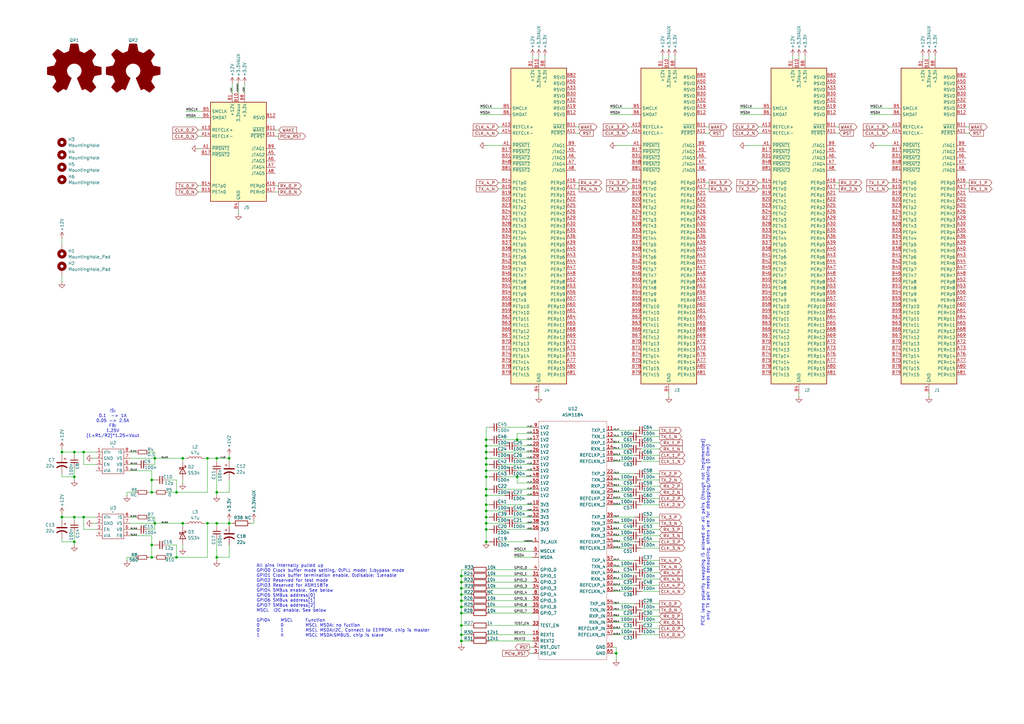
<source format=kicad_sch>
(kicad_sch (version 20250114) (generator "eeschema") (generator_version "9.0")
  (paper "A3")
  (title_block (title "asm1184e") (date "2025-04-09") (rev "1"))
  (lib_symbols
    (symbol "ASM1184:ASM1184"
      (property "Reference" "U12" (at 1.27 52.07 0))
      (property "Value" "ASM1184" (at 1.27 49.53 0))
      (symbol "ASM1184_1_1"
        (pin input line (at -15.24 44.45 0) (length 2.54) (name "1V2") (number "9"))
        (pin input line (at -15.24 41.91 0) (length 2.54) (name "1V2") (number "15"))
        (pin input line (at -15.24 39.37 0) (length 2.54) (name "1V2") (number "17"))
        (pin input line (at -15.24 36.83 0) (length 2.54) (name "1V2") (number "20"))
        (pin input line (at -15.24 34.29 0) (length 2.54) (name "1V2") (number "26"))
        (pin input line (at -15.24 31.75 0) (length 2.54) (name "1V2") (number "29"))
        (pin input line (at -15.24 29.21 0) (length 2.54) (name "1V2") (number "37"))
        (pin input line (at -15.24 26.67 0) (length 2.54) (name "1V2") (number "43"))
        (pin input line (at -15.24 24.13 0) (length 2.54) (name "1V2") (number "48"))
        (pin input line (at -15.24 21.59 0) (length 2.54) (name "1V2") (number "50"))
        (pin input line (at -15.24 19.05 0) (length 2.54) (name "1V2") (number "61"))
        (pin input line (at -15.24 16.51 0) (length 2.54) (name "1V2") (number "64"))
        (pin input line (at -15.24 12.7 0) (length 2.54) (name "3V3") (number "10"))
        (pin input line (at -15.24 10.16 0) (length 2.54) (name "3V3") (number "21"))
        (pin input line (at -15.24 7.62 0) (length 2.54) (name "3V3") (number "32"))
        (pin input line (at -15.24 5.08 0) (length 2.54) (name "3V3") (number "38"))
        (pin input line (at -15.24 2.54 0) (length 2.54) (name "3V3") (number "56"))
        (pin input line (at -15.24 -2.54 0) (length 2.54) (name "3V_AUX") (number "1"))
        (pin input line (at -15.24 -6.35 0) (length 2.54) (name "MSCLK") (number "6"))
        (pin input line (at -15.24 -8.89 0) (length 2.54) (name "MSDA") (number "7"))
        (pin input line (at -15.24 -13.97 0) (length 2.54) (name "GPIO_0") (number "4"))
        (pin input line (at -15.24 -16.51 0) (length 2.54) (name "GPIO_1") (number "31"))
        (pin input line (at -15.24 -19.05 0) (length 2.54) (name "GPIO_2") (number "5"))
        (pin input line (at -15.24 -21.59 0) (length 2.54) (name "GPIO_3") (number "34"))
        (pin input line (at -15.24 -24.13 0) (length 2.54) (name "GPIO_4") (number "8"))
        (pin input line (at -15.24 -26.67 0) (length 2.54) (name "GPIO_5") (number "30"))
        (pin input line (at -15.24 -29.21 0) (length 2.54) (name "GPIO_6") (number "35"))
        (pin input line (at -15.24 -31.75 0) (length 2.54) (name "GPIO_7") (number "36"))
        (pin input line (at -15.24 -36.83 0) (length 2.54) (name "TEST_EN") (number "33"))
        (pin input line (at -15.24 -40.64 0) (length 2.54) (name "REXT1") (number "16"))
        (pin input line (at -15.24 -43.18 0) (length 2.54) (name "REXT2") (number "49"))
        (pin input line (at -15.24 -45.72 0) (length 2.54) (name "RST_OUT") (number "2"))
        (pin input line (at -15.24 -48.26 0) (length 2.54) (name "RST_IN") (number "3"))
        (pin input line (at 17.78 43.18 180) (length 2.54) (name "TXP_1") (number "11"))
        (pin input line (at 17.78 40.64 180) (length 2.54) (name "TXN_1") (number "12"))
        (pin input line (at 17.78 38.1 180) (length 2.54) (name "RXP_1") (number "13"))
        (pin input line (at 17.78 35.56 180) (length 2.54) (name "RXN_1") (number "14"))
        (pin input line (at 17.78 33.02 180) (length 2.54) (name "REFCLKP_1") (number "18"))
        (pin input line (at 17.78 30.48 180) (length 2.54) (name "REFCLKN_1") (number "19"))
        (pin input line (at 17.78 25.4 180) (length 2.54) (name "TXP_2") (number "22"))
        (pin input line (at 17.78 22.86 180) (length 2.54) (name "TXN_2") (number "23"))
        (pin input line (at 17.78 20.32 180) (length 2.54) (name "RXP_2") (number "24"))
        (pin input line (at 17.78 17.78 180) (length 2.54) (name "RXN_2") (number "25"))
        (pin input line (at 17.78 15.24 180) (length 2.54) (name "REFCLKP_2") (number "27"))
        (pin input line (at 17.78 12.7 180) (length 2.54) (name "REFCLKN_2") (number "28"))
        (pin input line (at 17.78 7.62 180) (length 2.54) (name "TXP_3") (number "39"))
        (pin input line (at 17.78 5.08 180) (length 2.54) (name "TXN_3") (number "40"))
        (pin input line (at 17.78 2.54 180) (length 2.54) (name "RXP_3") (number "41"))
        (pin input line (at 17.78 0 180) (length 2.54) (name "RXN_3") (number "42"))
        (pin input line (at 17.78 -2.54 180) (length 2.54) (name "REFCLKP_3") (number "44"))
        (pin input line (at 17.78 -5.08 180) (length 2.54) (name "REFCLKN_3") (number "45"))
        (pin input line (at 17.78 -10.16 180) (length 2.54) (name "TXP_4") (number "57"))
        (pin input line (at 17.78 -12.7 180) (length 2.54) (name "TXN_4") (number "58"))
        (pin input line (at 17.78 -15.24 180) (length 2.54) (name "RXP_4") (number "59"))
        (pin input line (at 17.78 -17.78 180) (length 2.54) (name "RXN_4") (number "60"))
        (pin input line (at 17.78 -20.32 180) (length 2.54) (name "REFCLKP_4") (number "62"))
        (pin input line (at 17.78 -22.86 180) (length 2.54) (name "REFCLKN_4") (number "63"))
        (pin input line (at 17.78 -27.94 180) (length 2.54) (name "TXP_IN") (number "54"))
        (pin input line (at 17.78 -30.48 180) (length 2.54) (name "TXN_IN") (number "55"))
        (pin input line (at 17.78 -33.02 180) (length 2.54) (name "RXP_IN") (number "51"))
        (pin input line (at 17.78 -35.56 180) (length 2.54) (name "RXN_IN") (number "52"))
        (pin input line (at 17.78 -38.1 180) (length 2.54) (name "REFCLKP_IN") (number "46"))
        (pin input line (at 17.78 -40.64 180) (length 2.54) (name "REFCLKN_IN") (number "47"))
        (pin input line (at 17.78 -45.72 180) (length 2.54) (name "GND") (number "53"))
        (pin input line (at 17.78 -48.26 180) (length 2.54) (name "GND") (number "65"))
      )
    )
    (symbol "Connector:Bus_PCI_Express_x1"
      (property "Reference" "J" (at -8.89 22.86 0))
      (property "Value" "Bus_PCI_Express_x1" (at 12.7 22.86 0))
      (symbol "Bus_PCI_Express_x1_1_1"
        (pin input line (at -15.24 17.78 0) (length 3.81) (name "SMCLK") (number "B5"))
        (pin bidirectional line (at -15.24 15.24 0) (length 3.81) (name "SMDAT") (number "B6"))
        (pin input line (at -15.24 10.16 0) (length 3.81) (name "REFCLK+") (number "A13"))
        (pin input line (at -15.24 7.62 0) (length 3.81) (name "REFCLK-") (number "A14"))
        (pin passive line (at -15.24 2.54 0) (length 3.81) (name "~{PRSNT1}") (number "A1"))
        (pin passive line (at -15.24 0 0) (length 3.81) (name "~{PRSNT2}") (number "B17"))
        (pin input line (at -15.24 -12.7 0) (length 3.81) (name "PETp0") (number "B14"))
        (pin input line (at -15.24 -15.24 0) (length 3.81) (name "PETn0") (number "B15"))
        (pin passive line (at -2.54 25.4 270) (length 3.81) (hide yes) (name "+12V") (number "A2"))
        (pin passive line (at -2.54 25.4 270) (length 3.81) (hide yes) (name "+12V") (number "A3"))
        (pin power_in line (at -2.54 25.4 270) (length 3.81) (name "+12V") (number "B1"))
        (pin passive line (at -2.54 25.4 270) (length 3.81) (hide yes) (name "+12V") (number "B2"))
        (pin passive line (at -2.54 25.4 270) (length 3.81) (hide yes) (name "+12V") (number "B3"))
        (pin power_in line (at 0 25.4 270) (length 3.81) (name "3.3Vaux") (number "B10"))
        (pin passive line (at 0 -22.86 90) (length 3.81) (hide yes) (name "GND") (number "A12"))
        (pin passive line (at 0 -22.86 90) (length 3.81) (hide yes) (name "GND") (number "A15"))
        (pin passive line (at 0 -22.86 90) (length 3.81) (hide yes) (name "GND") (number "A18"))
        (pin passive line (at 0 -22.86 90) (length 3.81) (hide yes) (name "GND") (number "A4"))
        (pin passive line (at 0 -22.86 90) (length 3.81) (hide yes) (name "GND") (number "B13"))
        (pin passive line (at 0 -22.86 90) (length 3.81) (hide yes) (name "GND") (number "B16"))
        (pin passive line (at 0 -22.86 90) (length 3.81) (hide yes) (name "GND") (number "B18"))
        (pin power_in line (at 0 -22.86 90) (length 3.81) (name "GND") (number "B4"))
        (pin passive line (at 0 -22.86 90) (length 3.81) (hide yes) (name "GND") (number "B7"))
        (pin passive line (at 2.54 25.4 270) (length 3.81) (hide yes) (name "+3.3V") (number "A10"))
        (pin passive line (at 2.54 25.4 270) (length 3.81) (hide yes) (name "+3.3V") (number "A9"))
        (pin power_in line (at 2.54 25.4 270) (length 3.81) (name "+3.3V") (number "B8"))
        (pin passive line (at 15.24 15.24 180) (length 3.81) (name "RSVD") (number "B12"))
        (pin open_collector line (at 15.24 10.16 180) (length 3.81) (name "~{WAKE}") (number "B11"))
        (pin input line (at 15.24 7.62 180) (length 3.81) (name "~{PERST}") (number "A11"))
        (pin input line (at 15.24 2.54 180) (length 3.81) (name "JTAG1") (number "B9"))
        (pin input line (at 15.24 0 180) (length 3.81) (name "JTAG2") (number "A5"))
        (pin input line (at 15.24 -2.54 180) (length 3.81) (name "JTAG3") (number "A6"))
        (pin output line (at 15.24 -5.08 180) (length 3.81) (name "JTAG4") (number "A7"))
        (pin input line (at 15.24 -7.62 180) (length 3.81) (name "JTAG5") (number "A8"))
        (pin output line (at 15.24 -12.7 180) (length 3.81) (name "PERp0") (number "A16"))
        (pin output line (at 15.24 -15.24 180) (length 3.81) (name "PERn0") (number "A17"))
      )
    )
    (symbol "Connector:Bus_PCI_Express_x16"
      (property "Reference" "J" (at -8.89 66.04 0))
      (property "Value" "Bus_PCI_Express_x16" (at 13.97 66.04 0))
      (symbol "Bus_PCI_Express_x16_1_1"
        (pin input line (at -15.24 48.26 0) (length 3.81) (name "SMCLK") (number "B5"))
        (pin bidirectional line (at -15.24 45.72 0) (length 3.81) (name "SMDAT") (number "B6"))
        (pin input line (at -15.24 40.64 0) (length 3.81) (name "REFCLK+") (number "A13"))
        (pin input line (at -15.24 38.1 0) (length 3.81) (name "REFCLK-") (number "A14"))
        (pin passive line (at -15.24 33.02 0) (length 3.81) (name "~{PRSNT1}") (number "A1"))
        (pin passive line (at -15.24 30.48 0) (length 3.81) (name "~{PRSNT2}") (number "B17"))
        (pin passive line (at -15.24 27.94 0) (length 3.81) (name "~{PRSNT2}") (number "B31"))
        (pin passive line (at -15.24 25.4 0) (length 3.81) (name "~{PRSNT2}") (number "B48"))
        (pin passive line (at -15.24 22.86 0) (length 3.81) (name "~{PRSNT2}") (number "B81"))
        (pin input line (at -15.24 17.78 0) (length 3.81) (name "PETp0") (number "B14"))
        (pin input line (at -15.24 15.24 0) (length 3.81) (name "PETn0") (number "B15"))
        (pin input line (at -15.24 12.7 0) (length 3.81) (name "PETp1") (number "B19"))
        (pin input line (at -15.24 10.16 0) (length 3.81) (name "PETn1") (number "B20"))
        (pin input line (at -15.24 7.62 0) (length 3.81) (name "PETp2") (number "B23"))
        (pin input line (at -15.24 5.08 0) (length 3.81) (name "PETn2") (number "B24"))
        (pin input line (at -15.24 2.54 0) (length 3.81) (name "PETp3") (number "B27"))
        (pin input line (at -15.24 0 0) (length 3.81) (name "PETn3") (number "B28"))
        (pin input line (at -15.24 -2.54 0) (length 3.81) (name "PETp4") (number "B33"))
        (pin input line (at -15.24 -5.08 0) (length 3.81) (name "PETn4") (number "B34"))
        (pin input line (at -15.24 -7.62 0) (length 3.81) (name "PETp5") (number "B37"))
        (pin input line (at -15.24 -10.16 0) (length 3.81) (name "PETn5") (number "B38"))
        (pin input line (at -15.24 -12.7 0) (length 3.81) (name "PETp6") (number "B41"))
        (pin input line (at -15.24 -15.24 0) (length 3.81) (name "PETn6") (number "B42"))
        (pin input line (at -15.24 -17.78 0) (length 3.81) (name "PETp7") (number "B45"))
        (pin input line (at -15.24 -20.32 0) (length 3.81) (name "PETn7") (number "B46"))
        (pin input line (at -15.24 -22.86 0) (length 3.81) (name "PETp8") (number "B50"))
        (pin input line (at -15.24 -25.4 0) (length 3.81) (name "PETn8") (number "B51"))
        (pin input line (at -15.24 -27.94 0) (length 3.81) (name "PETp9") (number "B54"))
        (pin input line (at -15.24 -30.48 0) (length 3.81) (name "PETn9") (number "B55"))
        (pin input line (at -15.24 -33.02 0) (length 3.81) (name "PETp10") (number "B58"))
        (pin input line (at -15.24 -35.56 0) (length 3.81) (name "PETn10") (number "B59"))
        (pin input line (at -15.24 -38.1 0) (length 3.81) (name "PETp11") (number "B62"))
        (pin input line (at -15.24 -40.64 0) (length 3.81) (name "PETn11") (number "B63"))
        (pin input line (at -15.24 -43.18 0) (length 3.81) (name "PETp12") (number "B66"))
        (pin input line (at -15.24 -45.72 0) (length 3.81) (name "PETn12") (number "B67"))
        (pin input line (at -15.24 -48.26 0) (length 3.81) (name "PETp13") (number "B70"))
        (pin input line (at -15.24 -50.8 0) (length 3.81) (name "PETn13") (number "B71"))
        (pin input line (at -15.24 -53.34 0) (length 3.81) (name "PETp14") (number "B74"))
        (pin input line (at -15.24 -55.88 0) (length 3.81) (name "PETn14") (number "B75"))
        (pin input line (at -15.24 -58.42 0) (length 3.81) (name "PETp15") (number "B78"))
        (pin input line (at -15.24 -60.96 0) (length 3.81) (name "PETn15") (number "B79"))
        (pin passive line (at -2.54 68.58 270) (length 3.81) (hide yes) (name "+12V") (number "A2"))
        (pin passive line (at -2.54 68.58 270) (length 3.81) (hide yes) (name "+12V") (number "A3"))
        (pin power_in line (at -2.54 68.58 270) (length 3.81) (name "+12V") (number "B1"))
        (pin passive line (at -2.54 68.58 270) (length 3.81) (hide yes) (name "+12V") (number "B2"))
        (pin passive line (at -2.54 68.58 270) (length 3.81) (hide yes) (name "+12V") (number "B3"))
        (pin power_in line (at 0 68.58 270) (length 3.81) (name "3.3Vaux") (number "B10"))
        (pin passive line (at 0 -68.58 90) (length 3.81) (hide yes) (name "GND") (number "A12"))
        (pin passive line (at 0 -68.58 90) (length 3.81) (hide yes) (name "GND") (number "A15"))
        (pin passive line (at 0 -68.58 90) (length 3.81) (hide yes) (name "GND") (number "A18"))
        (pin passive line (at 0 -68.58 90) (length 3.81) (hide yes) (name "GND") (number "A20"))
        (pin passive line (at 0 -68.58 90) (length 3.81) (hide yes) (name "GND") (number "A23"))
        (pin passive line (at 0 -68.58 90) (length 3.81) (hide yes) (name "GND") (number "A24"))
        (pin passive line (at 0 -68.58 90) (length 3.81) (hide yes) (name "GND") (number "A27"))
        (pin passive line (at 0 -68.58 90) (length 3.81) (hide yes) (name "GND") (number "A28"))
        (pin passive line (at 0 -68.58 90) (length 3.81) (hide yes) (name "GND") (number "A31"))
        (pin passive line (at 0 -68.58 90) (length 3.81) (hide yes) (name "GND") (number "A34"))
        (pin passive line (at 0 -68.58 90) (length 3.81) (hide yes) (name "GND") (number "A37"))
        (pin passive line (at 0 -68.58 90) (length 3.81) (hide yes) (name "GND") (number "A38"))
        (pin passive line (at 0 -68.58 90) (length 3.81) (hide yes) (name "GND") (number "A4"))
        (pin passive line (at 0 -68.58 90) (length 3.81) (hide yes) (name "GND") (number "A41"))
        (pin passive line (at 0 -68.58 90) (length 3.81) (hide yes) (name "GND") (number "A42"))
        (pin passive line (at 0 -68.58 90) (length 3.81) (hide yes) (name "GND") (number "A45"))
        (pin passive line (at 0 -68.58 90) (length 3.81) (hide yes) (name "GND") (number "A46"))
        (pin passive line (at 0 -68.58 90) (length 3.81) (hide yes) (name "GND") (number "A49"))
        (pin passive line (at 0 -68.58 90) (length 3.81) (hide yes) (name "GND") (number "A51"))
        (pin passive line (at 0 -68.58 90) (length 3.81) (hide yes) (name "GND") (number "A54"))
        (pin passive line (at 0 -68.58 90) (length 3.81) (hide yes) (name "GND") (number "A55"))
        (pin passive line (at 0 -68.58 90) (length 3.81) (hide yes) (name "GND") (number "A58"))
        (pin passive line (at 0 -68.58 90) (length 3.81) (hide yes) (name "GND") (number "A59"))
        (pin passive line (at 0 -68.58 90) (length 3.81) (hide yes) (name "GND") (number "A62"))
        (pin passive line (at 0 -68.58 90) (length 3.81) (hide yes) (name "GND") (number "A63"))
        (pin passive line (at 0 -68.58 90) (length 3.81) (hide yes) (name "GND") (number "A66"))
        (pin passive line (at 0 -68.58 90) (length 3.81) (hide yes) (name "GND") (number "A67"))
        (pin passive line (at 0 -68.58 90) (length 3.81) (hide yes) (name "GND") (number "A70"))
        (pin passive line (at 0 -68.58 90) (length 3.81) (hide yes) (name "GND") (number "A71"))
        (pin passive line (at 0 -68.58 90) (length 3.81) (hide yes) (name "GND") (number "A74"))
        (pin passive line (at 0 -68.58 90) (length 3.81) (hide yes) (name "GND") (number "A75"))
        (pin passive line (at 0 -68.58 90) (length 3.81) (hide yes) (name "GND") (number "A78"))
        (pin passive line (at 0 -68.58 90) (length 3.81) (hide yes) (name "GND") (number "A79"))
        (pin passive line (at 0 -68.58 90) (length 3.81) (hide yes) (name "GND") (number "A82"))
        (pin passive line (at 0 -68.58 90) (length 3.81) (hide yes) (name "GND") (number "B13"))
        (pin passive line (at 0 -68.58 90) (length 3.81) (hide yes) (name "GND") (number "B16"))
        (pin passive line (at 0 -68.58 90) (length 3.81) (hide yes) (name "GND") (number "B18"))
        (pin passive line (at 0 -68.58 90) (length 3.81) (hide yes) (name "GND") (number "B21"))
        (pin passive line (at 0 -68.58 90) (length 3.81) (hide yes) (name "GND") (number "B22"))
        (pin passive line (at 0 -68.58 90) (length 3.81) (hide yes) (name "GND") (number "B25"))
        (pin passive line (at 0 -68.58 90) (length 3.81) (hide yes) (name "GND") (number "B26"))
        (pin passive line (at 0 -68.58 90) (length 3.81) (hide yes) (name "GND") (number "B29"))
        (pin passive line (at 0 -68.58 90) (length 3.81) (hide yes) (name "GND") (number "B32"))
        (pin passive line (at 0 -68.58 90) (length 3.81) (hide yes) (name "GND") (number "B35"))
        (pin passive line (at 0 -68.58 90) (length 3.81) (hide yes) (name "GND") (number "B36"))
        (pin passive line (at 0 -68.58 90) (length 3.81) (hide yes) (name "GND") (number "B39"))
        (pin power_in line (at 0 -68.58 90) (length 3.81) (name "GND") (number "B4"))
        (pin passive line (at 0 -68.58 90) (length 3.81) (hide yes) (name "GND") (number "B40"))
        (pin passive line (at 0 -68.58 90) (length 3.81) (hide yes) (name "GND") (number "B43"))
        (pin passive line (at 0 -68.58 90) (length 3.81) (hide yes) (name "GND") (number "B44"))
        (pin passive line (at 0 -68.58 90) (length 3.81) (hide yes) (name "GND") (number "B47"))
        (pin passive line (at 0 -68.58 90) (length 3.81) (hide yes) (name "GND") (number "B49"))
        (pin passive line (at 0 -68.58 90) (length 3.81) (hide yes) (name "GND") (number "B52"))
        (pin passive line (at 0 -68.58 90) (length 3.81) (hide yes) (name "GND") (number "B53"))
        (pin passive line (at 0 -68.58 90) (length 3.81) (hide yes) (name "GND") (number "B56"))
        (pin passive line (at 0 -68.58 90) (length 3.81) (hide yes) (name "GND") (number "B57"))
        (pin passive line (at 0 -68.58 90) (length 3.81) (hide yes) (name "GND") (number "B60"))
        (pin passive line (at 0 -68.58 90) (length 3.81) (hide yes) (name "GND") (number "B61"))
        (pin passive line (at 0 -68.58 90) (length 3.81) (hide yes) (name "GND") (number "B64"))
        (pin passive line (at 0 -68.58 90) (length 3.81) (hide yes) (name "GND") (number "B65"))
        (pin passive line (at 0 -68.58 90) (length 3.81) (hide yes) (name "GND") (number "B68"))
        (pin passive line (at 0 -68.58 90) (length 3.81) (hide yes) (name "GND") (number "B69"))
        (pin passive line (at 0 -68.58 90) (length 3.81) (hide yes) (name "GND") (number "B7"))
        (pin passive line (at 0 -68.58 90) (length 3.81) (hide yes) (name "GND") (number "B72"))
        (pin passive line (at 0 -68.58 90) (length 3.81) (hide yes) (name "GND") (number "B73"))
        (pin passive line (at 0 -68.58 90) (length 3.81) (hide yes) (name "GND") (number "B76"))
        (pin passive line (at 0 -68.58 90) (length 3.81) (hide yes) (name "GND") (number "B77"))
        (pin passive line (at 0 -68.58 90) (length 3.81) (hide yes) (name "GND") (number "B80"))
        (pin passive line (at 2.54 68.58 270) (length 3.81) (hide yes) (name "+3.3V") (number "A10"))
        (pin passive line (at 2.54 68.58 270) (length 3.81) (hide yes) (name "+3.3V") (number "A9"))
        (pin power_in line (at 2.54 68.58 270) (length 3.81) (name "+3.3V") (number "B8"))
        (pin passive line (at 15.24 60.96 180) (length 3.81) (name "RSVD") (number "B82"))
        (pin passive line (at 15.24 58.42 180) (length 3.81) (name "RSVD") (number "A50"))
        (pin passive line (at 15.24 55.88 180) (length 3.81) (name "RSVD") (number "A33"))
        (pin passive line (at 15.24 53.34 180) (length 3.81) (name "RSVD") (number "B30"))
        (pin passive line (at 15.24 50.8 180) (length 3.81) (name "RSVD") (number "A32"))
        (pin passive line (at 15.24 48.26 180) (length 3.81) (name "RSVD") (number "A19"))
        (pin passive line (at 15.24 45.72 180) (length 3.81) (name "RSVD") (number "B12"))
        (pin open_collector line (at 15.24 40.64 180) (length 3.81) (name "~{WAKE}") (number "B11"))
        (pin input line (at 15.24 38.1 180) (length 3.81) (name "~{PERST}") (number "A11"))
        (pin input line (at 15.24 33.02 180) (length 3.81) (name "JTAG1") (number "B9"))
        (pin input line (at 15.24 30.48 180) (length 3.81) (name "JTAG2") (number "A5"))
        (pin input line (at 15.24 27.94 180) (length 3.81) (name "JTAG3") (number "A6"))
        (pin output line (at 15.24 25.4 180) (length 3.81) (name "JTAG4") (number "A7"))
        (pin input line (at 15.24 22.86 180) (length 3.81) (name "JTAG5") (number "A8"))
        (pin output line (at 15.24 17.78 180) (length 3.81) (name "PERp0") (number "A16"))
        (pin output line (at 15.24 15.24 180) (length 3.81) (name "PERn0") (number "A17"))
        (pin output line (at 15.24 12.7 180) (length 3.81) (name "PERp1") (number "A21"))
        (pin output line (at 15.24 10.16 180) (length 3.81) (name "PERn1") (number "A22"))
        (pin output line (at 15.24 7.62 180) (length 3.81) (name "PERp2") (number "A25"))
        (pin output line (at 15.24 5.08 180) (length 3.81) (name "PERn2") (number "A26"))
        (pin output line (at 15.24 2.54 180) (length 3.81) (name "PERp3") (number "A29"))
        (pin output line (at 15.24 0 180) (length 3.81) (name "PERn3") (number "A30"))
        (pin output line (at 15.24 -2.54 180) (length 3.81) (name "PERp4") (number "A35"))
        (pin output line (at 15.24 -5.08 180) (length 3.81) (name "PERn4") (number "A36"))
        (pin output line (at 15.24 -7.62 180) (length 3.81) (name "PERp5") (number "A39"))
        (pin output line (at 15.24 -10.16 180) (length 3.81) (name "PERn5") (number "A40"))
        (pin output line (at 15.24 -12.7 180) (length 3.81) (name "PERp6") (number "A43"))
        (pin output line (at 15.24 -15.24 180) (length 3.81) (name "PERn6") (number "A44"))
        (pin output line (at 15.24 -17.78 180) (length 3.81) (name "PERp7") (number "A47"))
        (pin output line (at 15.24 -20.32 180) (length 3.81) (name "PERn7") (number "A48"))
        (pin output line (at 15.24 -22.86 180) (length 3.81) (name "PERp8") (number "A52"))
        (pin output line (at 15.24 -25.4 180) (length 3.81) (name "PERn8") (number "A53"))
        (pin output line (at 15.24 -27.94 180) (length 3.81) (name "PERp9") (number "A56"))
        (pin output line (at 15.24 -30.48 180) (length 3.81) (name "PERn9") (number "A57"))
        (pin output line (at 15.24 -33.02 180) (length 3.81) (name "PERp10") (number "A60"))
        (pin output line (at 15.24 -35.56 180) (length 3.81) (name "PERn10") (number "A61"))
        (pin output line (at 15.24 -38.1 180) (length 3.81) (name "PERp11") (number "A64"))
        (pin output line (at 15.24 -40.64 180) (length 3.81) (name "PERn11") (number "A65"))
        (pin output line (at 15.24 -43.18 180) (length 3.81) (name "PERp12") (number "A68"))
        (pin output line (at 15.24 -45.72 180) (length 3.81) (name "PERn12") (number "A69"))
        (pin output line (at 15.24 -48.26 180) (length 3.81) (name "PERp13") (number "A72"))
        (pin output line (at 15.24 -50.8 180) (length 3.81) (name "PERn13") (number "A73"))
        (pin output line (at 15.24 -53.34 180) (length 3.81) (name "PERp14") (number "A76"))
        (pin output line (at 15.24 -55.88 180) (length 3.81) (name "PERn14") (number "A77"))
        (pin output line (at 15.24 -58.42 180) (length 3.81) (name "PERp15") (number "A80"))
        (pin output line (at 15.24 -60.96 180) (length 3.81) (name "PERn15") (number "A81"))
      )
    )
    (symbol "Device:C_Polarized_US" (pin_numbers (hide yes)) (pin_names (offset 0.254) (hide yes))
      (property "Reference" "C" (at 0.635 2.54 0))
      (property "Value" "C_Polarized_US" (at 0.635 -2.54 0))
      (symbol "C_Polarized_US_1_1"
        (pin passive line (at 0 3.81 270) (length 2.794) (name "~") (number "1"))
        (pin passive line (at 0 -3.81 90) (length 3.302) (name "~") (number "2"))
      )
    )
    (symbol "Device:C_Small" (pin_numbers (hide yes)) (pin_names (offset 0.254) (hide yes))
      (property "Reference" "C" (at 0.254 1.778 0))
      (property "Value" "C_Small" (at 0.254 -2.032 0))
      (symbol "C_Small_1_1"
        (pin passive line (at 0 2.54 270) (length 2.032) (name "~") (number "1"))
        (pin passive line (at 0 -2.54 90) (length 2.032) (name "~") (number "2"))
      )
    )
    (symbol "Device:D_Schottky" (pin_numbers (hide yes)) (pin_names (offset 1.016) (hide yes))
      (property "Reference" "D" (at 0 2.54 0))
      (property "Value" "D_Schottky" (at 0 -2.54 0))
      (symbol "D_Schottky_1_1"
        (pin passive line (at -3.81 0 0) (length 2.54) (name "K") (number "1"))
        (pin passive line (at 3.81 0 180) (length 2.54) (name "A") (number "2"))
      )
    )
    (symbol "Device:L" (pin_numbers (hide yes)) (pin_names (offset 1.016) (hide yes))
      (property "Reference" "L" (at -1.27 0 90))
      (property "Value" "L" (at 1.905 0 90))
      (symbol "L_1_1"
        (pin passive line (at 0 3.81 270) (length 1.27) (name "1") (number "1"))
        (pin passive line (at 0 -3.81 90) (length 1.27) (name "2") (number "2"))
      )
    )
    (symbol "Device:R" (pin_numbers (hide yes)) (pin_names (offset 0))
      (property "Reference" "R" (at 2.032 0 90))
      (property "Value" "R" (at 0 0 90))
      (symbol "R_1_1"
        (pin passive line (at 0 3.81 270) (length 1.27) (name "~") (number "1"))
        (pin passive line (at 0 -3.81 90) (length 1.27) (name "~") (number "2"))
      )
    )
    (symbol "Device:R_Small" (pin_numbers (hide yes)) (pin_names (offset 0.254) (hide yes))
      (property "Reference" "R" (at 0.762 0.508 0))
      (property "Value" "R_Small" (at 0.762 -1.016 0))
      (symbol "R_Small_1_1"
        (pin passive line (at 0 2.54 270) (length 0.762) (name "~") (number "1"))
        (pin passive line (at 0 -2.54 90) (length 0.762) (name "~") (number "2"))
      )
    )
    (symbol "Graphic:Logo_Open_Hardware_Large" (in_bom no) (on_board no))
    (symbol "JP-custom:EG1192"
      (property "Reference" "U" (at 3.81 2.54 0))
      (symbol "EG1192_1_1"
        (pin power_in line (at 0 0 0) (length 2.54) (name "Vin") (number "1"))
        (pin power_out line (at 0 -2.54 0) (length 2.54) (name "GND") (number "2"))
        (pin input line (at 0 -5.08 0) (length 2.54) (name "EN") (number "3"))
        (pin input line (at 0 -7.62 0) (length 2.54) (name "VIA") (number "4"))
        (pin input line (at 13.97 0 180) (length 2.54) (name "IS") (number "8"))
        (pin power_out line (at 13.97 -2.54 180) (length 2.54) (name "VS") (number "7"))
        (pin input line (at 13.97 -5.08 180) (length 2.54) (name "VB") (number "6"))
        (pin input line (at 13.97 -7.62 180) (length 2.54) (name "FB") (number "5"))
      )
    )
    (symbol "Mechanical:MountingHole" (pin_names (offset 1.016)) (exclude_from_sim yes) (in_bom no)
      (property "Reference" "H" (at 0 5.08 0))
      (property "Value" "MountingHole" (at 0 3.175 0))
    )
    (symbol "Mechanical:MountingHole_Pad" (pin_numbers (hide yes)) (pin_names (offset 1.016) (hide yes)) (exclude_from_sim yes) (in_bom no)
      (property "Reference" "H" (at 0 6.35 0))
      (property "Value" "MountingHole_Pad" (at 0 4.445 0))
      (symbol "MountingHole_Pad_1_1"
        (pin input line (at 0 -2.54 90) (length 2.54) (name "1") (number "1"))
      )
    )
    (symbol "power:+12V" (power) (pin_numbers (hide yes)) (pin_names (offset 0) (hide yes))
      (property "Value" "+12V" (at 0 3.556 0))
      (symbol "+12V_1_1"
        (pin power_in line (at 0 0 90) (length 0) (name "~") (number "1"))
      )
    )
    (symbol "power:+1V2" (power) (pin_names (offset 0))
      (property "Value" "+1V2" (at 0 3.556 0))
      (symbol "+1V2_1_1"
        (pin power_in line (at 0 0 90) (length 0) (hide yes) (name "+1V2") (number "1"))
      )
    )
    (symbol "power:+3.3VA" (power) (pin_numbers (hide yes)) (pin_names (offset 0) (hide yes))
      (property "Value" "+3.3VA" (at 0 3.556 0))
      (symbol "+3.3VA_1_1"
        (pin power_in line (at 0 0 90) (length 0) (name "~") (number "1"))
      )
    )
    (symbol "power:GND" (power) (pin_numbers (hide yes)) (pin_names (offset 0) (hide yes))
      (property "Value" "GND" (at 0 -3.81 0))
      (symbol "GND_1_1"
        (pin power_in line (at 0 0 270) (length 0) (name "~") (number "1"))
      )
    )
  )
  (text "IS:\n0.1  -> 1A\n0.05 -> 2.5A\nFB:\n1.25V\n(1+R1/R2)*1.25=Vout" (at 46.228 173.736 0) (effects (font (size 1.27 1.27))))
  (text "All pins internally pulled up\nGPIO0 Clock buffer mode setting. 0:PLL mode; 1:bypass mode\nGPIO1 Clock buffer termination enable. 0:disable; 1:enable\nGPIO2 Reserved for test mode\nGPIO3 Reserved for ASM1187e\nGPIO4 SMBus enable. See below\nGPIO5 SMBus address[0]\nGPIO6 SMBus address[1]\nGPIO7 SMBus address[2]\nMSCL  I2C enable. See below\n\nGPI04	MSCL	Function\n0		0		MSCL MSDA: no fuction\n0		1		MSCL MSDA:I2C, Connect to EEPROM, chip is master\n1		X		MSCL MSDA:SMBUS, chip is slave\n" (at 105.156 246.38 0) (effects (font (size 1.27 1.27)) (justify left)))
  (text "PCIE lane polarity swapping IS allowed on all pairs (though not implemented)\nonly TX pair needs decoupling, others are for debugging/testing (0 Ohm)" (at 289.306 218.44 90) (effects (font (size 1.27 1.27))))
  (junction (at 199.39 222.25))
  (junction (at 30.48 212.09))
  (junction (at 189.23 238.76))
  (junction (at 72.39 228.6))
  (junction (at 189.23 251.46))
  (junction (at 88.9 201.93))
  (junction (at 85.09 187.96))
  (junction (at 63.5 187.96))
  (junction (at 189.23 236.22))
  (junction (at 30.48 185.42))
  (junction (at 199.39 185.42))
  (junction (at 189.23 256.54))
  (junction (at 189.23 248.92))
  (junction (at 72.39 201.93))
  (junction (at 199.39 182.88))
  (junction (at 88.9 228.6))
  (junction (at 34.29 185.42))
  (junction (at 74.93 187.96))
  (junction (at 34.29 212.09))
  (junction (at 88.9 187.96))
  (junction (at 85.09 214.63))
  (junction (at 189.23 241.3))
  (junction (at 199.39 187.96))
  (junction (at 189.23 262.89))
  (junction (at 199.39 214.63))
  (junction (at 189.23 246.38))
  (junction (at 62.23 223.52))
  (junction (at 62.23 228.6))
  (junction (at 199.39 200.66))
  (junction (at 212.09 180.34))
  (junction (at 199.39 180.34))
  (junction (at 88.9 214.63))
  (junction (at 199.39 217.17))
  (junction (at 93.98 214.63))
  (junction (at 30.48 195.58))
  (junction (at 25.4 185.42))
  (junction (at 30.48 222.25))
  (junction (at 63.5 214.63))
  (junction (at 62.23 196.85))
  (junction (at 199.39 209.55))
  (junction (at 189.23 243.84))
  (junction (at 93.98 187.96))
  (junction (at 74.93 214.63))
  (junction (at 199.39 207.01))
  (junction (at 212.09 195.58))
  (junction (at 199.39 193.04))
  (junction (at 199.39 195.58))
  (junction (at 199.39 212.09))
  (junction (at 252.73 267.97))
  (junction (at 189.23 260.35))
  (junction (at 199.39 190.5))
  (junction (at 199.39 203.2))
  (junction (at 25.4 212.09))
  (junction (at 62.23 201.93))
  (wire (pts (xy 199.39 207.01) (xy 199.39 209.55)))
  (wire (pts (xy 189.23 233.68) (xy 193.04 233.68)))
  (wire (pts (xy 218.44 187.96) (xy 212.09 187.96)))
  (wire (pts (xy 325.12 22.86) (xy 325.12 24.13)))
  (wire (pts (xy 205.74 190.5) (xy 218.44 190.5)))
  (wire (pts (xy 257.81 77.47) (xy 259.08 77.47)))
  (wire (pts (xy 257.81 74.93) (xy 259.08 74.93)))
  (wire (pts (xy 189.23 238.76) (xy 189.23 241.3)))
  (wire (pts (xy 251.46 265.43) (xy 252.73 265.43)))
  (wire (pts (xy 30.48 195.58) (xy 30.48 196.85)))
  (wire (pts (xy 207.01 182.88) (xy 199.39 182.88)))
  (wire (pts (xy 212.09 180.34) (xy 218.44 180.34)))
  (wire (pts (xy 265.43 204.47) (xy 270.51 204.47)))
  (wire (pts (xy 200.66 251.46) (xy 218.44 251.46)))
  (wire (pts (xy 93.98 214.63) (xy 93.98 215.9)))
  (wire (pts (xy 88.9 228.6) (xy 88.9 229.87)))
  (wire (pts (xy 25.4 212.09) (xy 30.48 212.09)))
  (wire (pts (xy 55.88 217.17) (xy 53.34 217.17)))
  (wire (pts (xy 83.82 214.63) (xy 85.09 214.63)))
  (wire (pts (xy 303.53 46.99) (xy 312.42 46.99)))
  (wire (pts (xy 63.5 214.63) (xy 74.93 214.63)))
  (wire (pts (xy 63.5 217.17) (xy 60.96 217.17)))
  (wire (pts (xy 62.23 228.6) (xy 60.96 228.6)))
  (wire (pts (xy 97.79 87.63) (xy 97.79 86.36)))
  (wire (pts (xy 200.66 180.34) (xy 199.39 180.34)))
  (wire (pts (xy 265.43 181.61) (xy 270.51 181.61)))
  (wire (pts (xy 312.42 54.61) (xy 311.15 54.61)))
  (wire (pts (xy 62.23 219.71) (xy 53.34 219.71)))
  (wire (pts (xy 25.4 97.79) (xy 25.4 100.33)))
  (wire (pts (xy 218.44 228.6) (xy 210.82 228.6)))
  (wire (pts (xy 200.66 256.54) (xy 218.44 256.54)))
  (wire (pts (xy 251.46 196.85) (xy 257.81 196.85)))
  (wire (pts (xy 30.48 213.36) (xy 30.48 212.09)))
  (wire (pts (xy 72.39 228.6) (xy 68.58 228.6)))
  (wire (pts (xy 82.55 55.88) (xy 81.28 55.88)))
  (wire (pts (xy 34.29 212.09) (xy 34.29 217.17)))
  (wire (pts (xy 205.74 52.07) (xy 204.47 52.07)))
  (wire (pts (xy 204.47 77.47) (xy 205.74 77.47)))
  (wire (pts (xy 303.53 44.45) (xy 312.42 44.45)))
  (wire (pts (xy 265.43 252.73) (xy 270.51 252.73)))
  (wire (pts (xy 251.46 194.31) (xy 260.35 194.31)))
  (wire (pts (xy 212.09 195.58) (xy 218.44 195.58)))
  (wire (pts (xy 93.98 213.36) (xy 93.98 214.63)))
  (wire (pts (xy 30.48 212.09) (xy 34.29 212.09)))
  (wire (pts (xy 251.46 257.81) (xy 260.35 257.81)))
  (wire (pts (xy 252.73 267.97) (xy 252.73 270.51)))
  (wire (pts (xy 53.34 185.42) (xy 55.88 185.42)))
  (wire (pts (xy 81.28 76.2) (xy 82.55 76.2)))
  (wire (pts (xy 289.56 77.47) (xy 290.83 77.47)))
  (wire (pts (xy 262.89 207.01) (xy 270.51 207.01)))
  (wire (pts (xy 364.49 77.47) (xy 365.76 77.47)))
  (wire (pts (xy 193.04 243.84) (xy 189.23 243.84)))
  (wire (pts (xy 199.39 217.17) (xy 199.39 222.25)))
  (wire (pts (xy 220.98 162.56) (xy 220.98 161.29)))
  (wire (pts (xy 63.5 196.85) (xy 62.23 196.85)))
  (wire (pts (xy 207.01 193.04) (xy 199.39 193.04)))
  (wire (pts (xy 199.39 187.96) (xy 199.39 190.5)))
  (wire (pts (xy 25.4 222.25) (xy 25.4 220.98)))
  (wire (pts (xy 199.39 200.66) (xy 199.39 203.2)))
  (wire (pts (xy 200.66 248.92) (xy 218.44 248.92)))
  (wire (pts (xy 189.23 246.38) (xy 189.23 248.92)))
  (wire (pts (xy 200.66 175.26) (xy 199.39 175.26)))
  (wire (pts (xy 251.46 217.17) (xy 260.35 217.17)))
  (wire (pts (xy 74.93 187.96) (xy 74.93 189.23)))
  (wire (pts (xy 113.03 78.74) (xy 114.3 78.74)))
  (wire (pts (xy 189.23 256.54) (xy 193.04 256.54)))
  (wire (pts (xy 85.09 214.63) (xy 88.9 214.63)))
  (wire (pts (xy 251.46 242.57) (xy 257.81 242.57)))
  (wire (pts (xy 359.41 59.69) (xy 365.76 59.69)))
  (wire (pts (xy 252.73 265.43) (xy 252.73 267.97)))
  (wire (pts (xy 381 162.56) (xy 381 161.29)))
  (wire (pts (xy 251.46 207.01) (xy 257.81 207.01)))
  (wire (pts (xy 193.04 241.3) (xy 189.23 241.3)))
  (wire (pts (xy 30.48 195.58) (xy 25.4 195.58)))
  (wire (pts (xy 397.51 54.61) (xy 396.24 54.61)))
  (wire (pts (xy 62.23 223.52) (xy 62.23 219.71)))
  (wire (pts (xy 312.42 52.07) (xy 311.15 52.07)))
  (wire (pts (xy 199.39 214.63) (xy 199.39 217.17)))
  (wire (pts (xy 74.93 214.63) (xy 74.93 215.9)))
  (wire (pts (xy 74.93 198.12) (xy 74.93 196.85)))
  (wire (pts (xy 189.23 241.3) (xy 189.23 243.84)))
  (wire (pts (xy 200.66 246.38) (xy 218.44 246.38)))
  (wire (pts (xy 72.39 201.93) (xy 85.09 201.93)))
  (wire (pts (xy 189.23 248.92) (xy 189.23 251.46)))
  (wire (pts (xy 81.28 60.96) (xy 82.55 60.96)))
  (wire (pts (xy 72.39 228.6) (xy 85.09 228.6)))
  (wire (pts (xy 63.5 214.63) (xy 63.5 217.17)))
  (wire (pts (xy 205.74 175.26) (xy 218.44 175.26)))
  (wire (pts (xy 212.09 177.8) (xy 212.09 180.34)))
  (wire (pts (xy 205.74 200.66) (xy 218.44 200.66)))
  (wire (pts (xy 95.25 34.29) (xy 95.25 38.1)))
  (wire (pts (xy 207.01 209.55) (xy 199.39 209.55)))
  (wire (pts (xy 199.39 212.09) (xy 199.39 214.63)))
  (wire (pts (xy 199.39 203.2) (xy 199.39 207.01)))
  (wire (pts (xy 251.46 181.61) (xy 260.35 181.61)))
  (wire (pts (xy 204.47 74.93) (xy 205.74 74.93)))
  (wire (pts (xy 262.89 260.35) (xy 270.51 260.35)))
  (wire (pts (xy 223.52 22.86) (xy 223.52 24.13)))
  (wire (pts (xy 251.46 252.73) (xy 260.35 252.73)))
  (wire (pts (xy 251.46 222.25) (xy 260.35 222.25)))
  (wire (pts (xy 88.9 201.93) (xy 88.9 203.2)))
  (wire (pts (xy 113.03 53.34) (xy 114.3 53.34)))
  (wire (pts (xy 212.09 198.12) (xy 212.09 195.58)))
  (wire (pts (xy 396.24 52.07) (xy 397.51 52.07)))
  (wire (pts (xy 262.89 224.79) (xy 270.51 224.79)))
  (wire (pts (xy 63.5 185.42) (xy 63.5 187.96)))
  (wire (pts (xy 85.09 214.63) (xy 85.09 228.6)))
  (wire (pts (xy 76.2 187.96) (xy 74.93 187.96)))
  (wire (pts (xy 93.98 187.96) (xy 93.98 189.23)))
  (wire (pts (xy 262.89 214.63) (xy 270.51 214.63)))
  (wire (pts (xy 218.44 182.88) (xy 212.09 182.88)))
  (wire (pts (xy 25.4 184.15) (xy 25.4 185.42)))
  (wire (pts (xy 260.35 186.69) (xy 251.46 186.69)))
  (wire (pts (xy 200.66 190.5) (xy 199.39 190.5)))
  (wire (pts (xy 205.74 180.34) (xy 212.09 180.34)))
  (wire (pts (xy 205.74 54.61) (xy 204.47 54.61)))
  (wire (pts (xy 200.66 241.3) (xy 218.44 241.3)))
  (wire (pts (xy 220.98 22.86) (xy 220.98 24.13)))
  (wire (pts (xy 262.89 242.57) (xy 270.51 242.57)))
  (wire (pts (xy 274.32 162.56) (xy 274.32 161.29)))
  (wire (pts (xy 63.5 187.96) (xy 63.5 190.5)))
  (wire (pts (xy 62.23 196.85) (xy 62.23 193.04)))
  (wire (pts (xy 262.89 237.49) (xy 270.51 237.49)))
  (wire (pts (xy 251.46 204.47) (xy 260.35 204.47)))
  (wire (pts (xy 30.48 191.77) (xy 30.48 195.58)))
  (wire (pts (xy 196.85 46.99) (xy 205.74 46.99)))
  (wire (pts (xy 200.66 217.17) (xy 199.39 217.17)))
  (wire (pts (xy 200.66 260.35) (xy 218.44 260.35)))
  (wire (pts (xy 88.9 194.31) (xy 88.9 201.93)))
  (wire (pts (xy 88.9 187.96) (xy 93.98 187.96)))
  (wire (pts (xy 218.44 203.2) (xy 212.09 203.2)))
  (wire (pts (xy 257.81 189.23) (xy 251.46 189.23)))
  (wire (pts (xy 193.04 260.35) (xy 189.23 260.35)))
  (wire (pts (xy 74.93 224.79) (xy 74.93 223.52)))
  (wire (pts (xy 189.23 236.22) (xy 193.04 236.22)))
  (wire (pts (xy 265.43 212.09) (xy 270.51 212.09)))
  (wire (pts (xy 53.34 212.09) (xy 55.88 212.09)))
  (wire (pts (xy 93.98 196.85) (xy 93.98 201.93)))
  (wire (pts (xy 251.46 179.07) (xy 257.81 179.07)))
  (wire (pts (xy 63.5 187.96) (xy 74.93 187.96)))
  (wire (pts (xy 251.46 212.09) (xy 260.35 212.09)))
  (wire (pts (xy 104.14 213.36) (xy 104.14 214.63)))
  (wire (pts (xy 30.48 186.69) (xy 30.48 185.42)))
  (wire (pts (xy 34.29 185.42) (xy 34.29 190.5)))
  (wire (pts (xy 251.46 234.95) (xy 260.35 234.95)))
  (wire (pts (xy 251.46 247.65) (xy 260.35 247.65)))
  (wire (pts (xy 196.85 44.45) (xy 205.74 44.45)))
  (wire (pts (xy 218.44 198.12) (xy 212.09 198.12)))
  (wire (pts (xy 265.43 247.65) (xy 270.51 247.65)))
  (wire (pts (xy 63.5 190.5) (xy 60.96 190.5)))
  (wire (pts (xy 217.17 265.43) (xy 218.44 265.43)))
  (wire (pts (xy 289.56 52.07) (xy 290.83 52.07)))
  (wire (pts (xy 251.46 201.93) (xy 257.81 201.93)))
  (wire (pts (xy 330.2 22.86) (xy 330.2 24.13)))
  (wire (pts (xy 88.9 189.23) (xy 88.9 187.96)))
  (wire (pts (xy 53.34 187.96) (xy 63.5 187.96)))
  (wire (pts (xy 365.76 54.61) (xy 364.49 54.61)))
  (wire (pts (xy 72.39 223.52) (xy 72.39 228.6)))
  (wire (pts (xy 199.39 59.69) (xy 205.74 59.69)))
  (wire (pts (xy 262.89 201.93) (xy 270.51 201.93)))
  (wire (pts (xy 72.39 201.93) (xy 68.58 201.93)))
  (wire (pts (xy 93.98 201.93) (xy 88.9 201.93)))
  (wire (pts (xy 276.86 22.86) (xy 276.86 24.13)))
  (wire (pts (xy 199.39 182.88) (xy 199.39 185.42)))
  (wire (pts (xy 259.08 54.61) (xy 257.81 54.61)))
  (wire (pts (xy 205.74 217.17) (xy 218.44 217.17)))
  (wire (pts (xy 93.98 214.63) (xy 95.25 214.63)))
  (wire (pts (xy 207.01 214.63) (xy 199.39 214.63)))
  (wire (pts (xy 189.23 243.84) (xy 189.23 246.38)))
  (wire (pts (xy 189.23 248.92) (xy 193.04 248.92)))
  (wire (pts (xy 344.17 54.61) (xy 342.9 54.61)))
  (wire (pts (xy 52.07 229.87) (xy 52.07 228.6)))
  (wire (pts (xy 262.89 184.15) (xy 270.51 184.15)))
  (wire (pts (xy 265.43 186.69) (xy 270.51 186.69)))
  (wire (pts (xy 342.9 74.93) (xy 344.17 74.93)))
  (wire (pts (xy 200.66 185.42) (xy 199.39 185.42)))
  (wire (pts (xy 25.4 185.42) (xy 25.4 186.69)))
  (wire (pts (xy 193.04 246.38) (xy 189.23 246.38)))
  (wire (pts (xy 88.9 220.98) (xy 88.9 228.6)))
  (wire (pts (xy 199.39 180.34) (xy 199.39 182.88)))
  (wire (pts (xy 199.39 193.04) (xy 199.39 195.58)))
  (wire (pts (xy 189.23 262.89) (xy 189.23 260.35)))
  (wire (pts (xy 207.01 203.2) (xy 199.39 203.2)))
  (wire (pts (xy 68.58 223.52) (xy 72.39 223.52)))
  (wire (pts (xy 189.23 264.16) (xy 189.23 262.89)))
  (wire (pts (xy 205.74 222.25) (xy 218.44 222.25)))
  (wire (pts (xy 251.46 229.87) (xy 260.35 229.87)))
  (wire (pts (xy 237.49 54.61) (xy 236.22 54.61)))
  (wire (pts (xy 265.43 234.95) (xy 270.51 234.95)))
  (wire (pts (xy 102.87 214.63) (xy 104.14 214.63)))
  (wire (pts (xy 265.43 229.87) (xy 270.51 229.87)))
  (wire (pts (xy 218.44 214.63) (xy 212.09 214.63)))
  (wire (pts (xy 290.83 54.61) (xy 289.56 54.61)))
  (wire (pts (xy 251.46 214.63) (xy 257.81 214.63)))
  (wire (pts (xy 52.07 201.93) (xy 55.88 201.93)))
  (wire (pts (xy 39.37 214.63) (xy 38.1 214.63)))
  (wire (pts (xy 212.09 209.55) (xy 218.44 209.55)))
  (wire (pts (xy 93.98 223.52) (xy 93.98 228.6)))
  (wire (pts (xy 306.07 59.69) (xy 312.42 59.69)))
  (wire (pts (xy 356.87 46.99) (xy 365.76 46.99)))
  (wire (pts (xy 262.89 250.19) (xy 270.51 250.19)))
  (wire (pts (xy 39.37 185.42) (xy 34.29 185.42)))
  (wire (pts (xy 383.54 22.86) (xy 383.54 24.13)))
  (wire (pts (xy 251.46 237.49) (xy 257.81 237.49)))
  (wire (pts (xy 200.66 236.22) (xy 218.44 236.22)))
  (wire (pts (xy 251.46 255.27) (xy 257.81 255.27)))
  (wire (pts (xy 97.79 34.29) (xy 97.79 38.1)))
  (wire (pts (xy 199.39 209.55) (xy 199.39 212.09)))
  (wire (pts (xy 251.46 184.15) (xy 257.81 184.15)))
  (wire (pts (xy 265.43 240.03) (xy 270.51 240.03)))
  (wire (pts (xy 199.39 190.5) (xy 199.39 193.04)))
  (wire (pts (xy 271.78 22.86) (xy 271.78 24.13)))
  (wire (pts (xy 25.4 115.57) (xy 25.4 113.03)))
  (wire (pts (xy 76.2 214.63) (xy 74.93 214.63)))
  (wire (pts (xy 207.01 187.96) (xy 199.39 187.96)))
  (wire (pts (xy 250.19 46.99) (xy 259.08 46.99)))
  (wire (pts (xy 52.07 203.2) (xy 52.07 201.93)))
  (wire (pts (xy 199.39 187.96) (xy 199.39 185.42)))
  (wire (pts (xy 62.23 193.04) (xy 53.34 193.04)))
  (wire (pts (xy 93.98 186.69) (xy 93.98 187.96)))
  (wire (pts (xy 82.55 48.26) (xy 76.2 48.26)))
  (wire (pts (xy 265.43 222.25) (xy 270.51 222.25)))
  (wire (pts (xy 251.46 176.53) (xy 260.35 176.53)))
  (wire (pts (xy 262.89 232.41) (xy 270.51 232.41)))
  (wire (pts (xy 265.43 194.31) (xy 270.51 194.31)))
  (wire (pts (xy 251.46 260.35) (xy 257.81 260.35)))
  (wire (pts (xy 200.66 238.76) (xy 218.44 238.76)))
  (wire (pts (xy 189.23 251.46) (xy 189.23 256.54)))
  (wire (pts (xy 205.74 195.58) (xy 212.09 195.58)))
  (wire (pts (xy 189.23 256.54) (xy 189.23 260.35)))
  (wire (pts (xy 30.48 218.44) (xy 30.48 222.25)))
  (wire (pts (xy 85.09 187.96) (xy 85.09 201.93)))
  (wire (pts (xy 60.96 212.09) (xy 63.5 212.09)))
  (wire (pts (xy 88.9 215.9) (xy 88.9 214.63)))
  (wire (pts (xy 236.22 77.47) (xy 237.49 77.47)))
  (wire (pts (xy 62.23 201.93) (xy 63.5 201.93)))
  (wire (pts (xy 212.09 193.04) (xy 218.44 193.04)))
  (wire (pts (xy 262.89 196.85) (xy 270.51 196.85)))
  (wire (pts (xy 251.46 224.79) (xy 257.81 224.79)))
  (wire (pts (xy 39.37 212.09) (xy 34.29 212.09)))
  (wire (pts (xy 189.23 233.68) (xy 189.23 236.22)))
  (wire (pts (xy 218.44 262.89) (xy 200.66 262.89)))
  (wire (pts (xy 327.66 162.56) (xy 327.66 161.29)))
  (wire (pts (xy 25.4 212.09) (xy 25.4 213.36)))
  (wire (pts (xy 251.46 219.71) (xy 257.81 219.71)))
  (wire (pts (xy 262.89 255.27) (xy 270.51 255.27)))
  (wire (pts (xy 25.4 195.58) (xy 25.4 194.31)))
  (wire (pts (xy 327.66 22.86) (xy 327.66 24.13)))
  (wire (pts (xy 62.23 228.6) (xy 63.5 228.6)))
  (wire (pts (xy 81.28 78.74) (xy 82.55 78.74)))
  (wire (pts (xy 100.33 34.29) (xy 100.33 38.1)))
  (wire (pts (xy 200.66 233.68) (xy 218.44 233.68)))
  (wire (pts (xy 60.96 185.42) (xy 63.5 185.42)))
  (wire (pts (xy 30.48 222.25) (xy 25.4 222.25)))
  (wire (pts (xy 205.74 207.01) (xy 218.44 207.01)))
  (wire (pts (xy 218.44 243.84) (xy 200.66 243.84)))
  (wire (pts (xy 200.66 200.66) (xy 199.39 200.66)))
  (wire (pts (xy 236.22 52.07) (xy 237.49 52.07)))
  (wire (pts (xy 34.29 217.17) (xy 39.37 217.17)))
  (wire (pts (xy 25.4 185.42) (xy 30.48 185.42)))
  (wire (pts (xy 25.4 210.82) (xy 25.4 212.09)))
  (wire (pts (xy 396.24 74.93) (xy 397.51 74.93)))
  (wire (pts (xy 62.23 201.93) (xy 60.96 201.93)))
  (wire (pts (xy 236.22 74.93) (xy 237.49 74.93)))
  (wire (pts (xy 218.44 22.86) (xy 218.44 24.13)))
  (wire (pts (xy 396.24 77.47) (xy 397.51 77.47)))
  (wire (pts (xy 62.23 196.85) (xy 62.23 201.93)))
  (wire (pts (xy 262.89 179.07) (xy 270.51 179.07)))
  (wire (pts (xy 200.66 207.01) (xy 199.39 207.01)))
  (wire (pts (xy 218.44 226.06) (xy 210.82 226.06)))
  (wire (pts (xy 265.43 217.17) (xy 270.51 217.17)))
  (wire (pts (xy 205.74 185.42) (xy 218.44 185.42)))
  (wire (pts (xy 364.49 74.93) (xy 365.76 74.93)))
  (wire (pts (xy 342.9 52.07) (xy 344.17 52.07)))
  (wire (pts (xy 274.32 22.86) (xy 274.32 24.13)))
  (wire (pts (xy 250.19 44.45) (xy 259.08 44.45)))
  (wire (pts (xy 200.66 195.58) (xy 199.39 195.58)))
  (wire (pts (xy 83.82 187.96) (xy 85.09 187.96)))
  (wire (pts (xy 265.43 199.39) (xy 270.51 199.39)))
  (wire (pts (xy 63.5 223.52) (xy 62.23 223.52)))
  (wire (pts (xy 85.09 187.96) (xy 88.9 187.96)))
  (wire (pts (xy 262.89 219.71) (xy 270.51 219.71)))
  (wire (pts (xy 356.87 44.45) (xy 365.76 44.45)))
  (wire (pts (xy 251.46 232.41) (xy 257.81 232.41)))
  (wire (pts (xy 199.39 195.58) (xy 199.39 200.66)))
  (wire (pts (xy 62.23 223.52) (xy 62.23 228.6)))
  (wire (pts (xy 251.46 240.03) (xy 260.35 240.03)))
  (wire (pts (xy 82.55 45.72) (xy 76.2 45.72)))
  (wire (pts (xy 88.9 214.63) (xy 93.98 214.63)))
  (wire (pts (xy 252.73 59.69) (xy 259.08 59.69)))
  (wire (pts (xy 93.98 228.6) (xy 88.9 228.6)))
  (wire (pts (xy 72.39 196.85) (xy 72.39 201.93)))
  (wire (pts (xy 251.46 199.39) (xy 260.35 199.39)))
  (wire (pts (xy 378.46 22.86) (xy 378.46 24.13)))
  (wire (pts (xy 30.48 185.42) (xy 34.29 185.42)))
  (wire (pts (xy 251.46 267.97) (xy 252.73 267.97)))
  (wire (pts (xy 63.5 212.09) (xy 63.5 214.63)))
  (wire (pts (xy 365.76 52.07) (xy 364.49 52.07)))
  (wire (pts (xy 113.03 55.88) (xy 114.3 55.88)))
  (wire (pts (xy 218.44 267.97) (xy 217.17 267.97)))
  (wire (pts (xy 265.43 176.53) (xy 270.51 176.53)))
  (wire (pts (xy 193.04 262.89) (xy 189.23 262.89)))
  (wire (pts (xy 39.37 187.96) (xy 38.1 187.96)))
  (wire (pts (xy 193.04 238.76) (xy 189.23 238.76)))
  (wire (pts (xy 381 22.86) (xy 381 24.13)))
  (wire (pts (xy 251.46 250.19) (xy 257.81 250.19)))
  (wire (pts (xy 53.34 214.63) (xy 63.5 214.63)))
  (wire (pts (xy 200.66 222.25) (xy 199.39 222.25)))
  (wire (pts (xy 259.08 52.07) (xy 257.81 52.07)))
  (wire (pts (xy 34.29 190.5) (xy 39.37 190.5)))
  (wire (pts (xy 342.9 77.47) (xy 344.17 77.47)))
  (wire (pts (xy 311.15 74.93) (xy 312.42 74.93)))
  (wire (pts (xy 113.03 76.2) (xy 114.3 76.2)))
  (wire (pts (xy 289.56 74.93) (xy 290.83 74.93)))
  (wire (pts (xy 200.66 212.09) (xy 199.39 212.09)))
  (wire (pts (xy 262.89 189.23) (xy 270.51 189.23)))
  (wire (pts (xy 199.39 175.26) (xy 199.39 180.34)))
  (wire (pts (xy 311.15 77.47) (xy 312.42 77.47)))
  (wire (pts (xy 265.43 257.81) (xy 270.51 257.81)))
  (wire (pts (xy 52.07 228.6) (xy 55.88 228.6)))
  (wire (pts (xy 55.88 190.5) (xy 53.34 190.5)))
  (wire (pts (xy 193.04 251.46) (xy 189.23 251.46)))
  (wire (pts (xy 189.23 236.22) (xy 189.23 238.76)))
  (wire (pts (xy 30.48 222.25) (xy 30.48 223.52)))
  (wire (pts (xy 82.55 53.34) (xy 81.28 53.34)))
  (wire (pts (xy 205.74 212.09) (xy 218.44 212.09)))
  (wire (pts (xy 68.58 196.85) (xy 72.39 196.85)))
  (wire (pts (xy 212.09 177.8) (xy 218.44 177.8)))
  (label "TEST_EN" (at 210.82 256.54 0) (effects (font (size 1 1))))
  (label "MSCLK" (at 250.19 44.45 0) (effects (font (size 1 1))))
  (label "+3.3VAUX" (at 97.79 38.1 90) (effects (font (size 0.508 0.508))))
  (label "+12V" (at 95.25 38.1 90) (effects (font (size 0.508 0.508))))
  (label "CLK0_P" (at 251.46 257.81 0) (effects (font (size 0.508 0.508))))
  (label "IS_3V3" (at 53.34 212.09 0) (effects (font (size 0.508 0.508))))
  (label "TX2_N" (at 251.46 196.85 0) (effects (font (size 0.508 0.508))))
  (label "TX4_P" (at 251.46 229.87 0) (effects (font (size 0.508 0.508))))
  (label "RX2_N" (at 251.46 201.93 0) (effects (font (size 0.508 0.508))))
  (label "GPIO_1" (at 210.82 236.22 0) (effects (font (size 1 1))))
  (label "MSDA" (at 196.85 46.99 0) (effects (font (size 1 1))))
  (label "GPIO_3" (at 210.82 241.3 0) (effects (font (size 1 1))))
  (label "REXT1" (at 210.82 260.35 0) (effects (font (size 1 1))))
  (label "IS_1V2" (at 53.34 185.42 0) (effects (font (size 0.508 0.508))))
  (label "+1.2V" (at 215.9281 200.66 0) (effects (font (size 0.508 0.508))))
  (label "RX0_P" (at 251.46 252.73 0) (effects (font (size 0.508 0.508))))
  (label "RX3_N" (at 251.46 219.71 0) (effects (font (size 0.508 0.508))))
  (label "+1.2V" (at 215.9 203.2 0) (effects (font (size 0.508 0.508))))
  (label "+1.2V" (at 215.9 190.5 0) (effects (font (size 0.508 0.508))))
  (label "TX1_N" (at 251.46 179.07 0) (effects (font (size 0.508 0.508))))
  (label "+1.2V" (at 215.9 198.12 0) (effects (font (size 0.508 0.508))))
  (label "TX0_N" (at 251.46 250.19 0) (effects (font (size 0.508 0.508))))
  (label "VS_1V2" (at 66.04 187.96 0) (effects (font (size 0.508 0.508))))
  (label "REXT2" (at 210.82 262.89 0) (effects (font (size 1 1))))
  (label "GPIO_2" (at 210.82 238.76 0) (effects (font (size 1 1))))
  (label "+1.2V" (at 215.8601 177.8 0) (effects (font (size 0.508 0.508))))
  (label "CLK0_N" (at 251.46 260.35 0) (effects (font (size 0.508 0.508))))
  (label "TX1_P" (at 251.46 176.53 0) (effects (font (size 0.508 0.508))))
  (label "+3.3V" (at 215.9 209.55 0) (effects (font (size 0.508 0.508))))
  (label "CLK3_P" (at 251.46 222.25 0) (effects (font (size 0.508 0.508))))
  (label "CLK4_N" (at 251.46 242.57 0) (effects (font (size 0.508 0.508))))
  (label "+1.2V" (at 215.8601 180.34 0) (effects (font (size 0.508 0.508))))
  (label "RX2_P" (at 251.46 199.39 0) (effects (font (size 0.508 0.508))))
  (label "TX4_N" (at 251.46 232.41 0) (effects (font (size 0.508 0.508))))
  (label "+1.2V" (at 215.9446 175.26 0) (effects (font (size 0.508 0.508))))
  (label "TX3_P" (at 251.46 212.09 0) (effects (font (size 0.508 0.508))))
  (label "+1.2V" (at 215.9 182.88 0) (effects (font (size 0.508 0.508))))
  (label "CLK2_N" (at 251.46 207.01 0) (effects (font (size 0.508 0.508))))
  (label "RX3_P" (at 251.46 217.17 0) (effects (font (size 0.508 0.508))))
  (label "MSDA" (at 76.2 48.26 0) (effects (font (size 1 1))))
  (label "MSCLK" (at 196.85 44.45 0) (effects (font (size 1 1))))
  (label "+3.3V" (at 215.9 214.63 0) (effects (font (size 0.508 0.508))))
  (label "CLK1_P" (at 251.46 186.69 0) (effects (font (size 0.508 0.508))))
  (label "VS_3V3" (at 66.04 214.63 0) (effects (font (size 0.508 0.508))))
  (label "+1.2V" (at 90.17 187.96 0) (effects (font (size 0.508 0.508))))
  (label "RX1_N" (at 251.46 184.15 0) (effects (font (size 0.508 0.508))))
  (label "CLK1_N" (at 251.46 189.23 0) (effects (font (size 0.508 0.508))))
  (label "+1.2V" (at 215.6911 195.58 0) (effects (font (size 0.508 0.508))))
  (label "GPIO_4" (at 210.82 243.84 0) (effects (font (size 1 1))))
  (label "+3.3V" (at 100.33 38.1 90) (effects (font (size 0.508 0.508))))
  (label "MSCLK" (at 303.53 44.45 0) (effects (font (size 1 1))))
  (label "+3.3V" (at 215.9 212.09 0) (effects (font (size 0.508 0.508))))
  (label "VB_1V2" (at 53.34 190.5 0) (effects (font (size 0.508 0.508))))
  (label "TX2_P" (at 251.46 194.31 0) (effects (font (size 0.508 0.508))))
  (label "+3.3V" (at 215.9281 217.17 0) (effects (font (size 0.508 0.508))))
  (label "GPIO_0" (at 210.82 233.68 0) (effects (font (size 1 1))))
  (label "MSCLK" (at 210.82 226.06 0) (effects (font (size 1 1))))
  (label "RX0_N" (at 251.46 255.27 0) (effects (font (size 0.508 0.508))))
  (label "GPIO_7" (at 210.82 251.46 0) (effects (font (size 1 1))))
  (label "+3.3V" (at 215.9 207.01 0) (effects (font (size 0.508 0.508))))
  (label "CLK2_P" (at 251.46 204.47 0) (effects (font (size 0.508 0.508))))
  (label "TX0_P" (at 251.46 247.65 0) (effects (font (size 0.508 0.508))))
  (label "RX4_P" (at 251.46 234.95 0) (effects (font (size 0.508 0.508))))
  (label "MSDA" (at 250.19 46.99 0) (effects (font (size 1 1))))
  (label "CLK4_P" (at 251.46 240.03 0) (effects (font (size 0.508 0.508))))
  (label "GPIO_5" (at 210.82 246.38 0) (effects (font (size 1 1))))
  (label "MSDA" (at 356.87 46.99 0) (effects (font (size 1 1))))
  (label "MSCLK" (at 356.87 44.45 0) (effects (font (size 1 1))))
  (label "FB_1V2" (at 53.34 193.04 0) (effects (font (size 0.508 0.508))))
  (label "+1.2V" (at 215.9 187.96 0) (effects (font (size 0.508 0.508))))
  (label "RX1_P" (at 251.46 181.61 0) (effects (font (size 0.508 0.508))))
  (label "RX4_N" (at 251.46 237.49 0) (effects (font (size 0.508 0.508))))
  (label "+1.2V" (at 215.9 185.42 0) (effects (font (size 0.508 0.508))))
  (label "FB_3V3" (at 53.34 219.71 0) (effects (font (size 0.508 0.508))))
  (label "CLK3_N" (at 251.46 224.79 0) (effects (font (size 0.508 0.508))))
  (label "+3.3VAUX" (at 214.63 222.25 0) (effects (font (size 0.508 0.508))))
  (label "VB_3V3" (at 53.34 217.17 0) (effects (font (size 0.508 0.508))))
  (label "GPIO_6" (at 210.82 248.92 0) (effects (font (size 1 1))))
  (label "TX3_N" (at 251.46 214.63 0) (effects (font (size 0.508 0.508))))
  (label "MSDA" (at 210.82 228.6 0) (effects (font (size 1 1))))
  (label "+1.2V" (at 215.9 193.04 0) (effects (font (size 0.508 0.508))))
  (label "MSCLK" (at 76.2 45.72 0) (effects (font (size 1 1))))
  (label "MSDA" (at 303.53 46.99 0) (effects (font (size 1 1))))
  (global_label "CLK_3_P" (shape output) (at 270.51 222.25 0) (property "Intersheetrefs" "${INTERSHEET_REFS}" (effects (hide yes))))
  (global_label "RST" (shape input) (at 397.51 54.61 0) (property "Intersheetrefs" "${INTERSHEET_REFS}" (effects (hide yes))))
  (global_label "RX_4_P" (shape input) (at 270.51 234.95 0) (property "Intersheetrefs" "${INTERSHEET_REFS}" (effects (hide yes))))
  (global_label "TX_1_N" (shape input) (at 364.49 77.47 180) (property "Intersheetrefs" "${INTERSHEET_REFS}" (effects (hide yes))))
  (global_label "CLK_4_N" (shape input) (at 204.47 54.61 180) (property "Intersheetrefs" "${INTERSHEET_REFS}" (effects (hide yes))))
  (global_label "TX_4_N" (shape input) (at 204.47 77.47 180) (property "Intersheetrefs" "${INTERSHEET_REFS}" (effects (hide yes))))
  (global_label "TX_4_P" (shape output) (at 270.51 229.87 0) (property "Intersheetrefs" "${INTERSHEET_REFS}" (effects (hide yes))))
  (global_label "TX_1_P" (shape input) (at 364.49 74.93 180) (property "Intersheetrefs" "${INTERSHEET_REFS}" (effects (hide yes))))
  (global_label "TX_4_N" (shape output) (at 270.51 232.41 0) (property "Intersheetrefs" "${INTERSHEET_REFS}" (effects (hide yes))))
  (global_label "WAKE" (shape output) (at 397.51 52.07 0) (property "Intersheetrefs" "${INTERSHEET_REFS}" (effects (hide yes))))
  (global_label "RX_2_P" (shape output) (at 344.17 74.93 0) (property "Intersheetrefs" "${INTERSHEET_REFS}" (effects (hide yes))))
  (global_label "RX_3_P" (shape output) (at 290.83 74.93 0) (property "Intersheetrefs" "${INTERSHEET_REFS}" (effects (hide yes))))
  (global_label "CLK_0_P" (shape input) (at 81.28 53.34 180) (property "Intersheetrefs" "${INTERSHEET_REFS}" (effects (hide yes))))
  (global_label "TX_1_P" (shape output) (at 270.51 176.53 0) (property "Intersheetrefs" "${INTERSHEET_REFS}" (effects (hide yes))))
  (global_label "PCIe_RST" (shape output) (at 114.3 55.88 0) (property "Intersheetrefs" "${INTERSHEET_REFS}" (effects (hide yes))))
  (global_label "CLK_2_N" (shape input) (at 311.15 54.61 180) (property "Intersheetrefs" "${INTERSHEET_REFS}" (effects (hide yes))))
  (global_label "RX_1_N" (shape output) (at 397.51 77.47 0) (property "Intersheetrefs" "${INTERSHEET_REFS}" (effects (hide yes))))
  (global_label "RX_0_P" (shape input) (at 270.51 252.73 0) (property "Intersheetrefs" "${INTERSHEET_REFS}" (effects (hide yes))))
  (global_label "CLK_2_P" (shape output) (at 270.51 204.47 0) (property "Intersheetrefs" "${INTERSHEET_REFS}" (effects (hide yes))))
  (global_label "CLK_3_P" (shape input) (at 257.81 52.07 180) (property "Intersheetrefs" "${INTERSHEET_REFS}" (effects (hide yes))))
  (global_label "CLK_4_P" (shape output) (at 270.51 240.03 0) (property "Intersheetrefs" "${INTERSHEET_REFS}" (effects (hide yes))))
  (global_label "RX_2_P" (shape input) (at 270.51 199.39 0) (property "Intersheetrefs" "${INTERSHEET_REFS}" (effects (hide yes))))
  (global_label "CLK_0_N" (shape output) (at 270.51 260.35 0) (property "Intersheetrefs" "${INTERSHEET_REFS}" (effects (hide yes))))
  (global_label "TX_3_N" (shape output) (at 270.51 214.63 0) (property "Intersheetrefs" "${INTERSHEET_REFS}" (effects (hide yes))))
  (global_label "RST" (shape input) (at 344.17 54.61 0) (property "Intersheetrefs" "${INTERSHEET_REFS}" (effects (hide yes))))
  (global_label "RST" (shape input) (at 237.49 54.61 0) (property "Intersheetrefs" "${INTERSHEET_REFS}" (effects (hide yes))))
  (global_label "PCIe_RST" (shape input) (at 217.17 267.97 180) (property "Intersheetrefs" "${INTERSHEET_REFS}" (effects (hide yes))))
  (global_label "CLK_2_N" (shape output) (at 270.51 207.01 0) (property "Intersheetrefs" "${INTERSHEET_REFS}" (effects (hide yes))))
  (global_label "TX_0_N" (shape output) (at 270.51 250.19 0) (property "Intersheetrefs" "${INTERSHEET_REFS}" (effects (hide yes))))
  (global_label "RX_0_P" (shape output) (at 114.3 76.2 0) (property "Intersheetrefs" "${INTERSHEET_REFS}" (effects (hide yes))))
  (global_label "CLK_1_P" (shape input) (at 364.49 52.07 180) (property "Intersheetrefs" "${INTERSHEET_REFS}" (effects (hide yes))))
  (global_label "CLK_1_N" (shape input) (at 364.49 54.61 180) (property "Intersheetrefs" "${INTERSHEET_REFS}" (effects (hide yes))))
  (global_label "TX_2_P" (shape output) (at 270.51 194.31 0) (property "Intersheetrefs" "${INTERSHEET_REFS}" (effects (hide yes))))
  (global_label "TX_2_N" (shape input) (at 311.15 77.47 180) (property "Intersheetrefs" "${INTERSHEET_REFS}" (effects (hide yes))))
  (global_label "CLK_1_P" (shape output) (at 270.51 186.69 0) (property "Intersheetrefs" "${INTERSHEET_REFS}" (effects (hide yes))))
  (global_label "RX_3_N" (shape input) (at 270.51 219.71 0) (property "Intersheetrefs" "${INTERSHEET_REFS}" (effects (hide yes))))
  (global_label "TX_0_N" (shape input) (at 81.28 78.74 180) (property "Intersheetrefs" "${INTERSHEET_REFS}" (effects (hide yes))))
  (global_label "CLK_3_N" (shape output) (at 270.51 224.79 0) (property "Intersheetrefs" "${INTERSHEET_REFS}" (effects (hide yes))))
  (global_label "TX_0_P" (shape input) (at 81.28 76.2 180) (property "Intersheetrefs" "${INTERSHEET_REFS}" (effects (hide yes))))
  (global_label "RST" (shape input) (at 290.83 54.61 0) (property "Intersheetrefs" "${INTERSHEET_REFS}" (effects (hide yes))))
  (global_label "WAKE" (shape input) (at 114.3 53.34 0) (property "Intersheetrefs" "${INTERSHEET_REFS}" (effects (hide yes))))
  (global_label "TX_3_P" (shape output) (at 270.51 212.09 0) (property "Intersheetrefs" "${INTERSHEET_REFS}" (effects (hide yes))))
  (global_label "CLK_1_N" (shape output) (at 270.51 189.23 0) (property "Intersheetrefs" "${INTERSHEET_REFS}" (effects (hide yes))))
  (global_label "RX_3_N" (shape output) (at 290.83 77.47 0) (property "Intersheetrefs" "${INTERSHEET_REFS}" (effects (hide yes))))
  (global_label "RX_1_P" (shape output) (at 397.51 74.93 0) (property "Intersheetrefs" "${INTERSHEET_REFS}" (effects (hide yes))))
  (global_label "RX_0_N" (shape output) (at 114.3 78.74 0) (property "Intersheetrefs" "${INTERSHEET_REFS}" (effects (hide yes))))
  (global_label "CLK_4_P" (shape input) (at 204.47 52.07 180) (property "Intersheetrefs" "${INTERSHEET_REFS}" (effects (hide yes))))
  (global_label "TX_2_N" (shape output) (at 270.51 196.85 0) (property "Intersheetrefs" "${INTERSHEET_REFS}" (effects (hide yes))))
  (global_label "RX_3_P" (shape input) (at 270.51 217.17 0) (property "Intersheetrefs" "${INTERSHEET_REFS}" (effects (hide yes))))
  (global_label "RST" (shape output) (at 217.17 265.43 180) (property "Intersheetrefs" "${INTERSHEET_REFS}" (effects (hide yes))))
  (global_label "RX_4_N" (shape input) (at 270.51 237.49 0) (property "Intersheetrefs" "${INTERSHEET_REFS}" (effects (hide yes))))
  (global_label "TX_2_P" (shape input) (at 311.15 74.93 180) (property "Intersheetrefs" "${INTERSHEET_REFS}" (effects (hide yes))))
  (global_label "TX_4_P" (shape input) (at 204.47 74.93 180) (property "Intersheetrefs" "${INTERSHEET_REFS}" (effects (hide yes))))
  (global_label "WAKE" (shape output) (at 237.49 52.07 0) (property "Intersheetrefs" "${INTERSHEET_REFS}" (effects (hide yes))))
  (global_label "TX_0_P" (shape output) (at 270.51 247.65 0) (property "Intersheetrefs" "${INTERSHEET_REFS}" (effects (hide yes))))
  (global_label "RX_0_N" (shape input) (at 270.51 255.27 0) (property "Intersheetrefs" "${INTERSHEET_REFS}" (effects (hide yes))))
  (global_label "RX_2_N" (shape input) (at 270.51 201.93 0) (property "Intersheetrefs" "${INTERSHEET_REFS}" (effects (hide yes))))
  (global_label "TX_3_P" (shape input) (at 257.81 74.93 180) (property "Intersheetrefs" "${INTERSHEET_REFS}" (effects (hide yes))))
  (global_label "CLK_0_N" (shape input) (at 81.28 55.88 180) (property "Intersheetrefs" "${INTERSHEET_REFS}" (effects (hide yes))))
  (global_label "CLK_4_N" (shape output) (at 270.51 242.57 0) (property "Intersheetrefs" "${INTERSHEET_REFS}" (effects (hide yes))))
  (global_label "RX_1_N" (shape input) (at 270.51 184.15 0) (property "Intersheetrefs" "${INTERSHEET_REFS}" (effects (hide yes))))
  (global_label "CLK_2_P" (shape input) (at 311.15 52.07 180) (property "Intersheetrefs" "${INTERSHEET_REFS}" (effects (hide yes))))
  (global_label "WAKE" (shape output) (at 344.17 52.07 0) (property "Intersheetrefs" "${INTERSHEET_REFS}" (effects (hide yes))))
  (global_label "CLK_3_N" (shape input) (at 257.81 54.61 180) (property "Intersheetrefs" "${INTERSHEET_REFS}" (effects (hide yes))))
  (global_label "RX_4_N" (shape output) (at 237.49 77.47 0) (property "Intersheetrefs" "${INTERSHEET_REFS}" (effects (hide yes))))
  (global_label "TX_1_N" (shape output) (at 270.51 179.07 0) (property "Intersheetrefs" "${INTERSHEET_REFS}" (effects (hide yes))))
  (global_label "RX_1_P" (shape input) (at 270.51 181.61 0) (property "Intersheetrefs" "${INTERSHEET_REFS}" (effects (hide yes))))
  (global_label "WAKE" (shape output) (at 290.83 52.07 0) (property "Intersheetrefs" "${INTERSHEET_REFS}" (effects (hide yes))))
  (global_label "CLK_0_P" (shape output) (at 270.51 257.81 0) (property "Intersheetrefs" "${INTERSHEET_REFS}" (effects (hide yes))))
  (global_label "RX_2_N" (shape output) (at 344.17 77.47 0) (property "Intersheetrefs" "${INTERSHEET_REFS}" (effects (hide yes))))
  (global_label "RX_4_P" (shape output) (at 237.49 74.93 0) (property "Intersheetrefs" "${INTERSHEET_REFS}" (effects (hide yes))))
  (global_label "TX_3_N" (shape input) (at 257.81 77.47 180) (property "Intersheetrefs" "${INTERSHEET_REFS}" (effects (hide yes))))
  (symbol (lib_id "Device:R_Small") (at 58.42 228.6 270) (mirror x) (unit 1)
    (property "Reference" "R8" (at 55.118 227.584 90))
    (property "Value" "560" (at 54.864 229.616 90))
    (property "Footprint" "Resistor_SMD:R_0603_1608Metric" (effects (hide yes)))
    (property "Description" "Resistor, small symbol" (effects (hide yes)))
  )
  (symbol (lib_id "Mechanical:MountingHole") (at 25.4 58.42 0) (unit 1) (exclude_from_sim yes) (in_bom no)
    (property "Reference" "H3" (at 27.94 57.2078 0) (effects (justify left)))
    (property "Value" "MountingHole" (at 27.94 59.6321 0) (effects (justify left)))
    (property "Footprint" "MountingHole:MountingHole_3.2mm_M3" (effects (hide yes)))
    (property "Description" "Mounting Hole without connection" (effects (hide yes)))
  )
  (symbol (lib_id "Device:R_Small") (at 58.42 212.09 90) (unit 1)
    (property "Reference" "R7" (at 61.722 211.074 90))
    (property "Value" "0.1" (at 61.976 213.106 90))
    (property "Footprint" "Resistor_SMD:R_1206_3216Metric" (effects (hide yes)))
    (property "Description" "Resistor, small symbol" (effects (hide yes)))
  )
  (symbol (lib_id "power:GND") (at 30.48 223.52 0) (unit 1)
    (property "Reference" "#PWR0212" (effects (hide yes)))
    (property "Value" "GND" (effects (hide yes)))
  )
  (symbol (lib_id "Device:R") (at 196.85 236.22 90) (unit 1)
    (property "Reference" "R24" (at 194.056 235.204 90) (effects (justify left)))
    (property "Value" "10k" (at 203.454 235.204 90) (effects (justify left)))
    (property "Footprint" "Resistor_SMD:R_0603_1608Metric" (effects (hide yes)))
  )
  (symbol (lib_id "Connector:Bus_PCI_Express_x1") (at 97.79 63.5 0) (unit 1)
    (property "Reference" "J5" (at 99.9333 85.09 0) (effects (justify left)))
    (property "Value" "Bus_PCI_Express_x1" (effects (hide yes)))
    (property "Footprint" "Connector_PCBEdge:BUS_PCIexpress_x1" (effects (hide yes)))
    (property "Datasheet" "http://www.ritrontek.com/uploadfile/2016/1026/20161026105231124.pdf#page=63" (effects (hide yes)))
    (property "Description" "PCI Express bus connector x1" (effects (hide yes)))
  )
  (symbol (lib_id "Device:R") (at 196.85 251.46 90) (unit 1)
    (property "Reference" "R28" (at 194.056 250.444 90) (effects (justify left)))
    (property "Value" "10k" (at 203.454 250.444 90) (effects (justify left)))
    (property "Footprint" "Resistor_SMD:R_0603_1608Metric" (effects (hide yes)))
  )
  (symbol (lib_id "Device:C_Polarized_US") (at 93.98 193.04 0) (unit 1)
    (property "Reference" "C12" (at 96.901 191.1928 0) (effects (justify left)))
    (property "Value" "22u" (at 96.901 193.6171 0) (effects (justify left)))
    (property "Footprint" "Capacitor_SMD:CP_Elec_10x10" (effects (hide yes)))
    (property "Description" "Polarized capacitor, US symbol" (effects (hide yes)))
  )
  (symbol (lib_id "Device:C_Small") (at 262.89 199.39 90) (unit 1)
    (property "Reference" "C59" (at 265.684 198.12 90))
    (property "Value" "100n" (at 266.192 200.66 90))
    (property "Footprint" "Capacitor_SMD:C_0402_1005Metric" (effects (hide yes)))
    (property "Description" "Unpolarized capacitor, small symbol" (effects (hide yes)))
  )
  (symbol (lib_id "Device:C_Small") (at 260.35 260.35 270) (unit 1)
    (property "Reference" "C33" (at 257.556 261.62 90))
    (property "Value" "100n" (at 257.048 259.08 90))
    (property "Footprint" "Capacitor_SMD:C_0402_1005Metric" (effects (hide yes)))
    (property "Description" "Unpolarized capacitor, small symbol" (effects (hide yes)))
  )
  (symbol (lib_id "power:GND") (at 38.1 214.63 270) (unit 1)
    (property "Reference" "#PWR0213" (effects (hide yes)))
    (property "Value" "GND" (effects (hide yes)))
  )
  (symbol (lib_id "power:GND") (at 88.9 203.2 0) (unit 1)
    (property "Reference" "#PWR0211" (effects (hide yes)))
    (property "Value" "GND" (effects (hide yes)))
  )
  (symbol (lib_id "Device:C_Small") (at 262.89 240.03 90) (unit 1)
    (property "Reference" "C48" (at 265.684 238.76 90))
    (property "Value" "100n" (at 266.192 241.3 90))
    (property "Footprint" "Capacitor_SMD:C_0402_1005Metric" (effects (hide yes)))
    (property "Description" "Unpolarized capacitor, small symbol" (effects (hide yes)))
  )
  (symbol (lib_id "Device:C_Small") (at 260.35 207.01 270) (unit 1)
    (property "Reference" "C57" (at 257.556 208.28 90))
    (property "Value" "100n" (at 257.048 205.74 90))
    (property "Footprint" "Capacitor_SMD:C_0402_1005Metric" (effects (hide yes)))
    (property "Description" "Unpolarized capacitor, small symbol" (effects (hide yes)))
  )
  (symbol (lib_id "Device:C_Small") (at 203.2 200.66 90) (unit 1)
    (property "Reference" "C22" (at 205.994 199.39 90))
    (property "Value" "100n" (at 206.502 201.93 90))
    (property "Footprint" "Capacitor_SMD:C_0603_1608Metric" (effects (hide yes)))
    (property "Description" "Unpolarized capacitor, small symbol" (effects (hide yes)))
  )
  (symbol (lib_id "JP-custom:EG1192") (at 39.37 185.42 0) (unit 1)
    (property "Reference" "U2" (at 46.355 181.6185 0))
    (property "Value" "~" (at 46.355 183.2999 0))
    (property "Footprint" "JP-custom:ESOP-8_3.9x4.9mm_P1.27mm" (effects (hide yes)))
    (property "Description" "EG1192" (effects (hide yes)))
  )
  (symbol (lib_id "Device:C_Small") (at 88.9 191.77 0) (mirror y) (unit 1)
    (property "Reference" "C11" (at 87.63 194.818 90))
    (property "Value" "100n" (at 90.17 195.072 90))
    (property "Footprint" "Capacitor_SMD:C_0603_1608Metric" (effects (hide yes)))
    (property "Description" "Unpolarized capacitor, small symbol" (effects (hide yes)))
  )
  (symbol (lib_id "Device:C_Small") (at 260.35 184.15 270) (unit 1)
    (property "Reference" "C62" (at 257.556 185.42 90))
    (property "Value" "100n" (at 257.048 182.88 90))
    (property "Footprint" "Capacitor_SMD:C_0402_1005Metric" (effects (hide yes)))
    (property "Description" "Unpolarized capacitor, small symbol" (effects (hide yes)))
  )
  (symbol (lib_id "Device:R") (at 196.85 233.68 90) (unit 1)
    (property "Reference" "R33" (at 194.31 232.664 90) (effects (justify left)))
    (property "Value" "10k" (at 203.454 232.664 90) (effects (justify left)))
    (property "Footprint" "Resistor_SMD:R_0603_1608Metric" (effects (hide yes)))
  )
  (symbol (lib_id "Device:R") (at 196.85 243.84 270) (unit 1)
    (property "Reference" "R22" (at 190.246 242.824 90) (effects (justify left)))
    (property "Value" "NC" (at 199.644 242.824 90) (effects (justify left)))
    (property "Footprint" "Resistor_SMD:R_0603_1608Metric" (effects (hide yes)))
  )
  (symbol (lib_id "power:+12V") (at 327.66 22.86 0) (unit 1)
    (property "Reference" "#PWR049" (effects (hide yes)))
    (property "Value" "+3.3VAUX" (at 327.66 15.24 90))
    (property "Description" "Power symbol creates a global label with name \"+12V\"" (effects (hide yes)))
  )
  (symbol (lib_id "Mechanical:MountingHole_Pad") (at 25.4 102.87 180) (unit 1)
    (property "Reference" "H1" (at 27.94 102.9278 0) (effects (justify right)))
    (property "Value" "MountingHole_Pad" (at 27.94 105.3521 0) (effects (justify right)))
    (property "Footprint" "MountingHole:MountingHole_2.2mm_M2_DIN965_Pad" (effects (hide yes)))
    (property "Description" "Mounting Hole with connection" (effects (hide yes)))
  )
  (symbol (lib_id "Device:R") (at 196.85 241.3 90) (unit 1)
    (property "Reference" "R29" (at 194.31 240.284 90) (effects (justify left)))
    (property "Value" "10k" (at 203.454 240.284 90) (effects (justify left)))
    (property "Footprint" "Resistor_SMD:R_0603_1608Metric" (effects (hide yes)))
  )
  (symbol (lib_id "Mechanical:MountingHole") (at 25.4 73.66 0) (unit 1) (exclude_from_sim yes) (in_bom no)
    (property "Reference" "H6" (at 27.94 72.4478 0) (effects (justify left)))
    (property "Value" "MountingHole" (at 27.94 74.8721 0) (effects (justify left)))
    (property "Footprint" "MountingHole:MountingHole_3.2mm_M3" (effects (hide yes)))
    (property "Description" "Mounting Hole without connection" (effects (hide yes)))
  )
  (symbol (lib_id "power:GND") (at 88.9 229.87 0) (unit 1)
    (property "Reference" "#PWR0216" (effects (hide yes)))
    (property "Value" "GND" (effects (hide yes)))
  )
  (symbol (lib_id "power:GND") (at 81.28 60.96 270) (unit 1)
    (property "Reference" "#PWR031" (effects (hide yes)))
    (property "Value" "GND" (effects (hide yes)))
    (property "Description" "Power symbol creates a global label with name \"GND\" , ground" (effects (hide yes)))
  )
  (symbol (lib_id "power:+12V") (at 25.4 210.82 0) (unit 1)
    (property "Reference" "#PWR033" (effects (hide yes)))
    (property "Value" "+12V" (at 25.4 205.232 90))
    (property "Description" "Power symbol creates a global label with name \"+12V\"" (effects (hide yes)))
  )
  (symbol (lib_id "Device:D_Schottky") (at 74.93 193.04 270) (unit 1)
    (property "Reference" "D2" (at 76.962 191.5103 90) (effects (justify left)))
    (property "Value" "SS34" (at 76.962 193.9346 90) (effects (justify left)))
    (property "Footprint" "Diode_SMD:D_SMA" (effects (hide yes)))
    (property "Description" "Schottky diode" (effects (hide yes)))
  )
  (symbol (lib_id "Device:C_Small") (at 66.04 223.52 90) (unit 1)
    (property "Reference" "C16" (at 68.834 222.25 90))
    (property "Value" "12p" (at 69.342 224.79 90))
    (property "Footprint" "Capacitor_SMD:C_0603_1608Metric" (effects (hide yes)))
    (property "Description" "Unpolarized capacitor, small symbol" (effects (hide yes)))
  )
  (symbol (lib_id "power:+12V") (at 378.46 22.86 0) (unit 1)
    (property "Reference" "#PWR051" (effects (hide yes)))
    (property "Value" "+12V" (at 378.46 17.272 90))
    (property "Description" "Power symbol creates a global label with name \"+12V\"" (effects (hide yes)))
  )
  (symbol (lib_id "power:+12V") (at 223.52 22.86 0) (unit 1)
    (property "Reference" "#PWR044" (effects (hide yes)))
    (property "Value" "+3.3V" (at 223.52 17.018 90))
    (property "Description" "Power symbol creates a global label with name \"+12V\"" (effects (hide yes)))
  )
  (symbol (lib_id "power:GND") (at 52.07 229.87 0) (unit 1)
    (property "Reference" "#PWR0214" (effects (hide yes)))
    (property "Value" "GND" (effects (hide yes)))
  )
  (symbol (lib_id "power:GND") (at 327.66 162.56 0) (unit 1)
    (property "Reference" "#PWR03" (effects (hide yes)))
    (property "Value" "GND" (effects (hide yes)))
    (property "Description" "Power symbol creates a global label with name \"GND\" , ground" (effects (hide yes)))
  )
  (symbol (lib_id "power:GND") (at 220.98 162.56 0) (unit 1)
    (property "Reference" "#PWR01" (effects (hide yes)))
    (property "Value" "GND" (effects (hide yes)))
    (property "Description" "Power symbol creates a global label with name \"GND\" , ground" (effects (hide yes)))
  )
  (symbol (lib_id "Device:C_Small") (at 203.2 180.34 90) (unit 1)
    (property "Reference" "C46" (at 205.994 179.07 90))
    (property "Value" "100n" (at 206.502 181.61 90))
    (property "Footprint" "Capacitor_SMD:C_0603_1608Metric" (effects (hide yes)))
    (property "Description" "Unpolarized capacitor, small symbol" (effects (hide yes)))
  )
  (symbol (lib_id "Device:C_Small") (at 260.35 219.71 270) (unit 1)
    (property "Reference" "C50" (at 257.556 220.98 90))
    (property "Value" "100n" (at 257.048 218.44 90))
    (property "Footprint" "Capacitor_SMD:C_0402_1005Metric" (effects (hide yes)))
    (property "Description" "Unpolarized capacitor, small symbol" (effects (hide yes)))
  )
  (symbol (lib_id "power:+12V") (at 383.54 22.86 0) (unit 1)
    (property "Reference" "#PWR053" (effects (hide yes)))
    (property "Value" "+3.3V" (at 383.54 17.018 90))
    (property "Description" "Power symbol creates a global label with name \"+12V\"" (effects (hide yes)))
  )
  (symbol (lib_id "JP-custom:EG1192") (at 39.37 212.09 0) (unit 1)
    (property "Reference" "U3" (at 46.355 208.2885 0))
    (property "Value" "~" (at 46.355 209.9699 0))
    (property "Footprint" "JP-custom:ESOP-8_3.9x4.9mm_P1.27mm" (effects (hide yes)))
    (property "Description" "EG1192" (effects (hide yes)))
  )
  (symbol (lib_id "power:GND") (at 199.39 222.25 0) (unit 1)
    (property "Reference" "#PWR0198" (effects (hide yes)))
    (property "Value" "GND" (effects (hide yes)))
  )
  (symbol (lib_id "Device:C_Small") (at 203.2 222.25 90) (unit 1)
    (property "Reference" "C19" (at 205.994 220.98 90))
    (property "Value" "100n" (at 206.502 223.52 90))
    (property "Footprint" "Capacitor_SMD:C_0603_1608Metric" (effects (hide yes)))
    (property "Description" "Unpolarized capacitor, small symbol" (effects (hide yes)))
  )
  (symbol (lib_id "Device:D_Schottky") (at 74.93 219.71 270) (unit 1)
    (property "Reference" "D3" (at 76.962 218.1803 90) (effects (justify left)))
    (property "Value" "SS34" (at 76.962 220.6046 90) (effects (justify left)))
    (property "Footprint" "Diode_SMD:D_SMA" (effects (hide yes)))
    (property "Description" "Schottky diode" (effects (hide yes)))
  )
  (symbol (lib_id "power:GND") (at 359.41 59.69 270) (unit 1)
    (property "Reference" "#PWR030" (effects (hide yes)))
    (property "Value" "GND" (effects (hide yes)))
    (property "Description" "Power symbol creates a global label with name \"GND\" , ground" (effects (hide yes)))
  )
  (symbol (lib_id "Device:C_Small") (at 66.04 196.85 90) (unit 1)
    (property "Reference" "C10" (at 68.834 195.58 90))
    (property "Value" "12p" (at 69.342 198.12 90))
    (property "Footprint" "Capacitor_SMD:C_0603_1608Metric" (effects (hide yes)))
    (property "Description" "Unpolarized capacitor, small symbol" (effects (hide yes)))
  )
  (symbol (lib_id "power:GND") (at 74.93 224.79 0) (unit 1)
    (property "Reference" "#PWR0215" (effects (hide yes)))
    (property "Value" "GND" (effects (hide yes)))
  )
  (symbol (lib_id "Device:C_Small") (at 260.35 232.41 270) (unit 1)
    (property "Reference" "C34" (at 257.556 233.68 90))
    (property "Value" "100n" (at 257.048 231.14 90))
    (property "Footprint" "Capacitor_SMD:C_0402_1005Metric" (effects (hide yes)))
    (property "Description" "Unpolarized capacitor, small symbol" (effects (hide yes)))
  )
  (symbol (lib_id "power:+12V") (at 276.86 22.86 0) (unit 1)
    (property "Reference" "#PWR047" (effects (hide yes)))
    (property "Value" "+3.3V" (at 276.86 17.018 90))
    (property "Description" "Power symbol creates a global label with name \"+12V\"" (effects (hide yes)))
  )
  (symbol (lib_id "power:GND") (at 306.07 59.69 270) (unit 1)
    (property "Reference" "#PWR029" (effects (hide yes)))
    (property "Value" "GND" (effects (hide yes)))
    (property "Description" "Power symbol creates a global label with name \"GND\" , ground" (effects (hide yes)))
  )
  (symbol (lib_id "Device:C_Small") (at 260.35 189.23 270) (unit 1)
    (property "Reference" "C63" (at 257.556 190.5 90))
    (property "Value" "100n" (at 257.048 187.96 90))
    (property "Footprint" "Capacitor_SMD:C_0402_1005Metric" (effects (hide yes)))
    (property "Description" "Unpolarized capacitor, small symbol" (effects (hide yes)))
  )
  (symbol (lib_id "Device:C_Small") (at 260.35 224.79 270) (unit 1)
    (property "Reference" "C51" (at 257.556 226.06 90))
    (property "Value" "100n" (at 257.048 223.52 90))
    (property "Footprint" "Capacitor_SMD:C_0402_1005Metric" (effects (hide yes)))
    (property "Description" "Unpolarized capacitor, small symbol" (effects (hide yes)))
  )
  (symbol (lib_id "power:+12V") (at 274.32 22.86 0) (unit 1)
    (property "Reference" "#PWR046" (effects (hide yes)))
    (property "Value" "+3.3VAUX" (at 274.32 15.24 90))
    (property "Description" "Power symbol creates a global label with name \"+12V\"" (effects (hide yes)))
  )
  (symbol (lib_id "power:GND") (at 30.48 196.85 0) (unit 1)
    (property "Reference" "#PWR0207" (effects (hide yes)))
    (property "Value" "GND" (effects (hide yes)))
  )
  (symbol (lib_id "power:GND") (at 25.4 115.57 0) (unit 1)
    (property "Reference" "#PWR032" (effects (hide yes)))
    (property "Value" "GND" (effects (hide yes)))
    (property "Description" "Power symbol creates a global label with name \"GND\" , ground" (effects (hide yes)))
  )
  (symbol (lib_id "Device:R") (at 99.06 214.63 90) (unit 1)
    (property "Reference" "R38" (at 99.7575 212.34 90) (effects (justify left)))
    (property "Value" "NC" (at 103.124 212.344 90) (effects (justify left)))
    (property "Footprint" "Resistor_SMD:R_1206_3216Metric" (effects (hide yes)))
  )
  (symbol (lib_id "Device:C_Small") (at 209.55 209.55 90) (unit 1)
    (property "Reference" "C40" (at 212.344 208.28 90))
    (property "Value" "100n" (at 212.852 210.82 90))
    (property "Footprint" "Capacitor_SMD:C_0603_1608Metric" (effects (hide yes)))
    (property "Description" "Unpolarized capacitor, small symbol" (effects (hide yes)))
  )
  (symbol (lib_id "Device:C_Small") (at 209.55 187.96 90) (unit 1)
    (property "Reference" "C26" (at 212.344 186.69 90))
    (property "Value" "100n" (at 212.852 189.23 90))
    (property "Footprint" "Capacitor_SMD:C_0603_1608Metric" (effects (hide yes)))
    (property "Description" "Unpolarized capacitor, small symbol" (effects (hide yes)))
  )
  (symbol (lib_id "Device:C_Small") (at 88.9 218.44 0) (mirror y) (unit 1)
    (property "Reference" "C17" (at 87.63 221.488 90))
    (property "Value" "100n" (at 90.17 221.742 90))
    (property "Footprint" "Capacitor_SMD:C_0603_1608Metric" (effects (hide yes)))
    (property "Description" "Unpolarized capacitor, small symbol" (effects (hide yes)))
  )
  (symbol (lib_id "Device:C_Small") (at 203.2 185.42 90) (unit 1)
    (property "Reference" "C24" (at 205.994 184.15 90))
    (property "Value" "100n" (at 206.502 186.69 90))
    (property "Footprint" "Capacitor_SMD:C_0603_1608Metric" (effects (hide yes)))
    (property "Description" "Unpolarized capacitor, small symbol" (effects (hide yes)))
  )
  (symbol (lib_id "power:+12V") (at 95.25 34.29 0) (unit 1)
    (property "Reference" "#PWR035" (effects (hide yes)))
    (property "Value" "+12V" (at 95.25 28.702 90))
    (property "Description" "Power symbol creates a global label with name \"+12V\"" (effects (hide yes)))
  )
  (symbol (lib_id "power:GND") (at 189.23 264.16 0) (unit 1)
    (property "Reference" "#PWR0191" (effects (hide yes)))
    (property "Value" "GND" (effects (hide yes)))
  )
  (symbol (lib_id "Device:R") (at 196.85 262.89 270) (unit 1)
    (property "Reference" "R31" (at 190.246 261.874 90) (effects (justify left)))
    (property "Value" "12k1" (at 199.644 261.874 90) (effects (justify left)))
    (property "Footprint" "Resistor_SMD:R_0603_1608Metric" (effects (hide yes)))
  )
  (symbol (lib_id "Graphic:Logo_Open_Hardware_Large") (at 54.61 29.21 0) (unit 1)
    (property "Reference" "QR2" (at 54.61 16.51 0))
    (property "Value" "Logo_Open_Hardware_Large" (effects (hide yes)))
    (property "Footprint" "JP-custom:QR_asm" (effects (hide yes)))
    (property "Description" "Open Hardware logo, large" (effects (hide yes)))
  )
  (symbol (lib_id "Device:C_Small") (at 209.55 203.2 90) (unit 1)
    (property "Reference" "C27" (at 212.344 201.93 90))
    (property "Value" "100n" (at 212.852 204.47 90))
    (property "Footprint" "Capacitor_SMD:C_0603_1608Metric" (effects (hide yes)))
    (property "Description" "Unpolarized capacitor, small symbol" (effects (hide yes)))
  )
  (symbol (lib_id "Connector:Bus_PCI_Express_x16") (at 381 92.71 0) (unit 1)
    (property "Reference" "J1" (at 383.1433 160.02 0) (effects (justify left)))
    (property "Value" "Bus_PCI_Express_x16" (effects (hide yes)))
    (property "Footprint" "JP-custom:pcie-x1-x16" (effects (hide yes)))
    (property "Datasheet" "http://www.ritrontek.com/uploadfile/2016/1026/20161026105231124.pdf#page=63" (effects (hide yes)))
    (property "Description" "PCI Express bus connector x16" (effects (hide yes)))
  )
  (symbol (lib_id "Device:R_Small") (at 66.04 228.6 90) (unit 1)
    (property "Reference" "R9" (at 69.342 227.584 90))
    (property "Value" "910" (at 69.596 229.616 90))
    (property "Footprint" "Resistor_SMD:R_0603_1608Metric" (effects (hide yes)))
    (property "Description" "Resistor, small symbol" (effects (hide yes)))
  )
  (symbol (lib_id "Mechanical:MountingHole_Pad") (at 25.4 110.49 0) (unit 1)
    (property "Reference" "H2" (at 27.94 108.0078 0) (effects (justify left)))
    (property "Value" "MountingHole_Pad" (at 27.94 110.4321 0) (effects (justify left)))
    (property "Footprint" "MountingHole:MountingHole_2.2mm_M2_DIN965_Pad" (effects (hide yes)))
    (property "Description" "Mounting Hole with connection" (effects (hide yes)))
  )
  (symbol (lib_id "Device:R") (at 196.85 260.35 270) (unit 1)
    (property "Reference" "R30" (at 190.246 259.334 90) (effects (justify left)))
    (property "Value" "12k1" (at 199.644 259.334 90) (effects (justify left)))
    (property "Footprint" "Resistor_SMD:R_0603_1608Metric" (effects (hide yes)))
  )
  (symbol (lib_id "power:+12V") (at 381 22.86 0) (unit 1)
    (property "Reference" "#PWR052" (effects (hide yes)))
    (property "Value" "+3.3VAUX" (at 381 15.24 90))
    (property "Description" "Power symbol creates a global label with name \"+12V\"" (effects (hide yes)))
  )
  (symbol (lib_id "Device:C_Small") (at 262.89 257.81 90) (unit 1)
    (property "Reference" "C32" (at 265.684 256.54 90))
    (property "Value" "100n" (at 266.192 259.08 90))
    (property "Footprint" "Capacitor_SMD:C_0402_1005Metric" (effects (hide yes)))
    (property "Description" "Unpolarized capacitor, small symbol" (effects (hide yes)))
  )
  (symbol (lib_id "power:+3.3VA") (at 93.98 213.36 0) (unit 1)
    (property "Reference" "#PWR0246" (effects (hide yes)))
    (property "Value" "+3.3V" (at 93.98 207.264 90))
  )
  (symbol (lib_id "Device:C_Small") (at 262.89 186.69 90) (unit 1)
    (property "Reference" "C66" (at 265.684 185.42 90))
    (property "Value" "100n" (at 266.192 187.96 90))
    (property "Footprint" "Capacitor_SMD:C_0402_1005Metric" (effects (hide yes)))
    (property "Description" "Unpolarized capacitor, small symbol" (effects (hide yes)))
  )
  (symbol (lib_id "Device:C_Small") (at 262.89 181.61 90) (unit 1)
    (property "Reference" "C65" (at 265.684 180.34 90))
    (property "Value" "100n" (at 266.192 182.88 90))
    (property "Footprint" "Capacitor_SMD:C_0402_1005Metric" (effects (hide yes)))
    (property "Description" "Unpolarized capacitor, small symbol" (effects (hide yes)))
  )
  (symbol (lib_id "Mechanical:MountingHole") (at 25.4 63.5 0) (unit 1) (exclude_from_sim yes) (in_bom no)
    (property "Reference" "H4" (at 27.94 62.2878 0) (effects (justify left)))
    (property "Value" "MountingHole" (at 27.94 64.7121 0) (effects (justify left)))
    (property "Footprint" "MountingHole:MountingHole_3.2mm_M3" (effects (hide yes)))
    (property "Description" "Mounting Hole without connection" (effects (hide yes)))
  )
  (symbol (lib_id "Device:C_Small") (at 203.2 195.58 90) (unit 1)
    (property "Reference" "C43" (at 205.994 194.31 90))
    (property "Value" "100n" (at 206.502 196.85 90))
    (property "Footprint" "Capacitor_SMD:C_0603_1608Metric" (effects (hide yes)))
    (property "Description" "Unpolarized capacitor, small symbol" (effects (hide yes)))
  )
  (symbol (lib_id "Device:C_Small") (at 262.89 194.31 90) (unit 1)
    (property "Reference" "C58" (at 265.684 193.04 90))
    (property "Value" "100n" (at 266.192 195.58 90))
    (property "Footprint" "Capacitor_SMD:C_0402_1005Metric" (effects (hide yes)))
    (property "Description" "Unpolarized capacitor, small symbol" (effects (hide yes)))
  )
  (symbol (lib_id "Device:C_Small") (at 203.2 175.26 90) (unit 1)
    (property "Reference" "C45" (at 205.994 173.99 90))
    (property "Value" "100n" (at 206.502 176.53 90))
    (property "Footprint" "Capacitor_SMD:C_0603_1608Metric" (effects (hide yes)))
    (property "Description" "Unpolarized capacitor, small symbol" (effects (hide yes)))
  )
  (symbol (lib_id "Device:C_Small") (at 203.2 190.5 90) (unit 1)
    (property "Reference" "C42" (at 205.994 189.23 90))
    (property "Value" "100n" (at 206.502 191.77 90))
    (property "Footprint" "Capacitor_SMD:C_0603_1608Metric" (effects (hide yes)))
    (property "Description" "Unpolarized capacitor, small symbol" (effects (hide yes)))
  )
  (symbol (lib_id "Device:R_Small") (at 58.42 185.42 90) (unit 1)
    (property "Reference" "R4" (at 61.722 184.404 90))
    (property "Value" "0.1" (at 61.976 186.436 90))
    (property "Footprint" "Resistor_SMD:R_1206_3216Metric" (effects (hide yes)))
    (property "Description" "Resistor, small symbol" (effects (hide yes)))
  )
  (symbol (lib_id "Device:C_Small") (at 203.2 212.09 90) (unit 1)
    (property "Reference" "C39" (at 205.994 210.82 90))
    (property "Value" "100n" (at 206.502 213.36 90))
    (property "Footprint" "Capacitor_SMD:C_0603_1608Metric" (effects (hide yes)))
    (property "Description" "Unpolarized capacitor, small symbol" (effects (hide yes)))
  )
  (symbol (lib_id "Device:R") (at 196.85 238.76 270) (unit 1)
    (property "Reference" "R23" (at 190.246 237.744 90) (effects (justify left)))
    (property "Value" "10k" (at 199.644 237.744 90) (effects (justify left)))
    (property "Footprint" "Resistor_SMD:R_0603_1608Metric" (effects (hide yes)))
  )
  (symbol (lib_id "power:+12V") (at 271.78 22.86 0) (unit 1)
    (property "Reference" "#PWR045" (effects (hide yes)))
    (property "Value" "+12V" (at 271.78 17.272 90))
    (property "Description" "Power symbol creates a global label with name \"+12V\"" (effects (hide yes)))
  )
  (symbol (lib_id "Device:C_Small") (at 262.89 229.87 90) (unit 1)
    (property "Reference" "C37" (at 265.684 228.6 90))
    (property "Value" "100n" (at 266.192 231.14 90))
    (property "Footprint" "Capacitor_SMD:C_0402_1005Metric" (effects (hide yes)))
    (property "Description" "Unpolarized capacitor, small symbol" (effects (hide yes)))
  )
  (symbol (lib_id "Device:C_Small") (at 203.2 207.01 90) (unit 1)
    (property "Reference" "C41" (at 205.994 205.74 90))
    (property "Value" "100n" (at 206.502 208.28 90))
    (property "Footprint" "Capacitor_SMD:C_0603_1608Metric" (effects (hide yes)))
    (property "Description" "Unpolarized capacitor, small symbol" (effects (hide yes)))
  )
  (symbol (lib_id "Graphic:Logo_Open_Hardware_Large") (at 30.48 29.21 0) (unit 1)
    (property "Reference" "QR1" (at 30.48 16.51 0))
    (property "Value" "Logo_Open_Hardware_Large" (effects (hide yes)))
    (property "Footprint" "JP-custom:QR_asm" (effects (hide yes)))
    (property "Description" "Open Hardware logo, large" (effects (hide yes)))
  )
  (symbol (lib_id "Device:C_Polarized_US") (at 25.4 217.17 0) (mirror y) (unit 1)
    (property "Reference" "C13" (at 22.479 215.3228 0) (effects (justify left)))
    (property "Value" "22u" (at 22.479 217.7471 0) (effects (justify left)))
    (property "Footprint" "Capacitor_SMD:CP_Elec_10x10" (effects (hide yes)))
    (property "Description" "Polarized capacitor, US symbol" (effects (hide yes)))
  )
  (symbol (lib_id "Device:C_Small") (at 262.89 252.73 90) (unit 1)
    (property "Reference" "C30" (at 265.684 251.46 90))
    (property "Value" "100n" (at 266.192 254 90))
    (property "Footprint" "Capacitor_SMD:C_0402_1005Metric" (effects (hide yes)))
    (property "Description" "Unpolarized capacitor, small symbol" (effects (hide yes)))
  )
  (symbol (lib_id "Connector:Bus_PCI_Express_x16") (at 327.66 92.71 0) (unit 1)
    (property "Reference" "J2" (at 329.8033 160.02 0) (effects (justify left)))
    (property "Value" "Bus_PCI_Express_x16" (effects (hide yes)))
    (property "Footprint" "JP-custom:pcie-x1-x16" (effects (hide yes)))
    (property "Datasheet" "http://www.ritrontek.com/uploadfile/2016/1026/20161026105231124.pdf#page=63" (effects (hide yes)))
    (property "Description" "PCI Express bus connector x16" (effects (hide yes)))
  )
  (symbol (lib_id "power:GND") (at 52.07 203.2 0) (unit 1)
    (property "Reference" "#PWR0209" (effects (hide yes)))
    (property "Value" "GND" (effects (hide yes)))
  )
  (symbol (lib_id "Device:C_Small") (at 209.55 193.04 90) (unit 1)
    (property "Reference" "C44" (at 212.344 191.77 90))
    (property "Value" "100n" (at 212.852 194.31 90))
    (property "Footprint" "Capacitor_SMD:C_0603_1608Metric" (effects (hide yes)))
    (property "Description" "Unpolarized capacitor, small symbol" (effects (hide yes)))
  )
  (symbol (lib_id "Device:C_Small") (at 58.42 217.17 90) (unit 1)
    (property "Reference" "C15" (at 61.0247 216.0039 90))
    (property "Value" "100n" (at 61.722 218.44 90))
    (property "Footprint" "Capacitor_SMD:C_0603_1608Metric" (effects (hide yes)))
    (property "Description" "Unpolarized capacitor, small symbol" (effects (hide yes)))
  )
  (symbol (lib_id "Device:C_Polarized_US") (at 25.4 190.5 0) (mirror y) (unit 1)
    (property "Reference" "C7" (at 22.479 188.6528 0) (effects (justify left)))
    (property "Value" "22u" (at 22.479 191.0771 0) (effects (justify left)))
    (property "Footprint" "Capacitor_SMD:CP_Elec_10x10" (effects (hide yes)))
    (property "Description" "Polarized capacitor, US symbol" (effects (hide yes)))
  )
  (symbol (lib_id "Device:C_Small") (at 58.42 190.5 90) (unit 1)
    (property "Reference" "C9" (at 60.452 189.23 90))
    (property "Value" "100n" (at 61.722 191.77 90))
    (property "Footprint" "Capacitor_SMD:C_0603_1608Metric" (effects (hide yes)))
    (property "Description" "Unpolarized capacitor, small symbol" (effects (hide yes)))
  )
  (symbol (lib_id "power:+12V") (at 330.2 22.86 0) (unit 1)
    (property "Reference" "#PWR050" (effects (hide yes)))
    (property "Value" "+3.3V" (at 330.2 17.018 90))
    (property "Description" "Power symbol creates a global label with name \"+12V\"" (effects (hide yes)))
  )
  (symbol (lib_id "Device:C_Small") (at 260.35 242.57 270) (unit 1)
    (property "Reference" "C36" (at 257.556 243.84 90))
    (property "Value" "100n" (at 257.048 241.3 90))
    (property "Footprint" "Capacitor_SMD:C_0402_1005Metric" (effects (hide yes)))
    (property "Description" "Unpolarized capacitor, small symbol" (effects (hide yes)))
  )
  (symbol (lib_id "power:+12V") (at 97.79 34.29 0) (unit 1)
    (property "Reference" "#PWR041" (effects (hide yes)))
    (property "Value" "+3.3VAUX" (at 97.79 26.67 90))
    (property "Description" "Power symbol creates a global label with name \"+12V\"" (effects (hide yes)))
  )
  (symbol (lib_id "Device:C_Small") (at 262.89 234.95 90) (unit 1)
    (property "Reference" "C38" (at 265.684 233.68 90))
    (property "Value" "100n" (at 266.192 236.22 90))
    (property "Footprint" "Capacitor_SMD:C_0402_1005Metric" (effects (hide yes)))
    (property "Description" "Unpolarized capacitor, small symbol" (effects (hide yes)))
  )
  (symbol (lib_id "Device:C_Small") (at 260.35 179.07 270) (unit 1)
    (property "Reference" "C61" (at 257.556 180.34 90))
    (property "Value" "100n" (at 257.048 177.8 90))
    (property "Footprint" "Capacitor_SMD:C_0402_1005Metric" (effects (hide yes)))
    (property "Description" "Unpolarized capacitor, small symbol" (effects (hide yes)))
  )
  (symbol (lib_id "power:+12V") (at 220.98 22.86 0) (unit 1)
    (property "Reference" "#PWR043" (effects (hide yes)))
    (property "Value" "+3.3VAUX" (at 220.98 15.24 90))
    (property "Description" "Power symbol creates a global label with name \"+12V\"" (effects (hide yes)))
  )
  (symbol (lib_id "Device:C_Small") (at 262.89 247.65 90) (unit 1)
    (property "Reference" "C28" (at 265.684 246.38 90))
    (property "Value" "100n" (at 266.192 248.92 90))
    (property "Footprint" "Capacitor_SMD:C_0402_1005Metric" (effects (hide yes)))
    (property "Description" "Unpolarized capacitor, small symbol" (effects (hide yes)))
  )
  (symbol (lib_id "Device:C_Small") (at 260.35 250.19 270) (unit 1)
    (property "Reference" "C29" (at 257.556 251.46 90))
    (property "Value" "100n" (at 257.048 248.92 90))
    (property "Footprint" "Capacitor_SMD:C_0402_1005Metric" (effects (hide yes)))
    (property "Description" "Unpolarized capacitor, small symbol" (effects (hide yes)))
  )
  (symbol (lib_id "power:+12V") (at 218.44 22.86 0) (unit 1)
    (property "Reference" "#PWR042" (effects (hide yes)))
    (property "Value" "+12V" (at 218.44 17.272 90))
    (property "Description" "Power symbol creates a global label with name \"+12V\"" (effects (hide yes)))
  )
  (symbol (lib_id "power:GND") (at 74.93 198.12 0) (unit 1)
    (property "Reference" "#PWR0210" (effects (hide yes)))
    (property "Value" "GND" (effects (hide yes)))
  )
  (symbol (lib_id "Mechanical:MountingHole") (at 25.4 68.58 0) (unit 1) (exclude_from_sim yes) (in_bom no)
    (property "Reference" "H5" (at 27.94 67.3678 0) (effects (justify left)))
    (property "Value" "MountingHole" (at 27.94 69.7921 0) (effects (justify left)))
    (property "Footprint" "MountingHole:MountingHole_3.2mm_M3" (effects (hide yes)))
    (property "Description" "Mounting Hole without connection" (effects (hide yes)))
  )
  (symbol (lib_id "power:GND") (at 97.79 87.63 0) (unit 1)
    (property "Reference" "#PWR020" (effects (hide yes)))
    (property "Value" "GND" (effects (hide yes)))
    (property "Description" "Power symbol creates a global label with name \"GND\" , ground" (effects (hide yes)))
  )
  (symbol (lib_id "power:GND") (at 252.73 270.51 0) (unit 1)
    (property "Reference" "#PWR0172" (effects (hide yes)))
    (property "Value" "GND" (effects (hide yes)))
  )
  (symbol (lib_id "Device:C_Small") (at 30.48 215.9 0) (unit 1)
    (property "Reference" "C14" (at 31.7992 218.8462 90))
    (property "Value" "100n" (at 29.21 219.202 90))
    (property "Footprint" "Capacitor_SMD:C_0603_1608Metric" (effects (hide yes)))
    (property "Description" "Unpolarized capacitor, small symbol" (effects (hide yes)))
  )
  (symbol (lib_id "power:+12V") (at 100.33 34.29 0) (unit 1)
    (property "Reference" "#PWR040" (effects (hide yes)))
    (property "Value" "+3.3V" (at 100.33 28.448 90))
    (property "Description" "Power symbol creates a global label with name \"+12V\"" (effects (hide yes)))
  )
  (symbol (lib_id "power:GND") (at 252.73 59.69 270) (unit 1)
    (property "Reference" "#PWR028" (effects (hide yes)))
    (property "Value" "GND" (effects (hide yes)))
    (property "Description" "Power symbol creates a global label with name \"GND\" , ground" (effects (hide yes)))
  )
  (symbol (lib_id "power:GND") (at 274.32 162.56 0) (unit 1)
    (property "Reference" "#PWR02" (effects (hide yes)))
    (property "Value" "GND" (effects (hide yes)))
    (property "Description" "Power symbol creates a global label with name \"GND\" , ground" (effects (hide yes)))
  )
  (symbol (lib_id "power:+12V") (at 104.14 213.36 0) (unit 1)
    (property "Reference" "#PWR054" (effects (hide yes)))
    (property "Value" "+3.3VAUX" (at 104.14 205.74 90))
    (property "Description" "Power symbol creates a global label with name \"+12V\"" (effects (hide yes)))
  )
  (symbol (lib_id "power:GND") (at 38.1 187.96 270) (unit 1)
    (property "Reference" "#PWR0208" (effects (hide yes)))
    (property "Value" "GND" (effects (hide yes)))
  )
  (symbol (lib_id "Device:C_Small") (at 260.35 196.85 270) (unit 1)
    (property "Reference" "C55" (at 257.556 198.12 90))
    (property "Value" "100n" (at 257.048 195.58 90))
    (property "Footprint" "Capacitor_SMD:C_0402_1005Metric" (effects (hide yes)))
    (property "Description" "Unpolarized capacitor, small symbol" (effects (hide yes)))
  )
  (symbol (lib_id "power:+12V") (at 25.4 184.15 0) (unit 1)
    (property "Reference" "#PWR017" (effects (hide yes)))
    (property "Value" "+12V" (at 25.4 178.562 90))
    (property "Description" "Power symbol creates a global label with name \"+12V\"" (effects (hide yes)))
  )
  (symbol (lib_id "power:GND") (at 199.39 59.69 270) (unit 1)
    (property "Reference" "#PWR027" (effects (hide yes)))
    (property "Value" "GND" (effects (hide yes)))
    (property "Description" "Power symbol creates a global label with name \"GND\" , ground" (effects (hide yes)))
  )
  (symbol (lib_id "power:+1V2") (at 93.98 186.69 0) (unit 1)
    (property "Reference" "#PWR0189" (effects (hide yes)))
    (property "Value" "+1V2" (at 93.98 181.102 90))
  )
  (symbol (lib_id "Device:C_Small") (at 262.89 176.53 90) (unit 1)
    (property "Reference" "C64" (at 265.684 175.26 90))
    (property "Value" "100n" (at 266.192 177.8 90))
    (property "Footprint" "Capacitor_SMD:C_0402_1005Metric" (effects (hide yes)))
    (property "Description" "Unpolarized capacitor, small symbol" (effects (hide yes)))
  )
  (symbol (lib_id "power:+12V") (at 25.4 97.79 0) (unit 1)
    (property "Reference" "#PWR036" (effects (hide yes)))
    (property "Value" "+12V" (at 25.4 92.202 90))
    (property "Description" "Power symbol creates a global label with name \"+12V\"" (effects (hide yes)))
  )
  (symbol (lib_id "Device:C_Small") (at 262.89 222.25 90) (unit 1)
    (property "Reference" "C54" (at 265.684 220.98 90))
    (property "Value" "100n" (at 266.192 223.52 90))
    (property "Footprint" "Capacitor_SMD:C_0402_1005Metric" (effects (hide yes)))
    (property "Description" "Unpolarized capacitor, small symbol" (effects (hide yes)))
  )
  (symbol (lib_id "Device:R") (at 196.85 248.92 270) (unit 1)
    (property "Reference" "R25" (at 190.246 247.904 90) (effects (justify left)))
    (property "Value" "10k" (at 199.644 247.904 90) (effects (justify left)))
    (property "Footprint" "Resistor_SMD:R_0603_1608Metric" (effects (hide yes)))
  )
  (symbol (lib_id "Device:R_Small") (at 66.04 201.93 90) (unit 1)
    (property "Reference" "R5" (at 69.342 200.914 90))
    (property "Value" "0" (at 69.596 202.946 90))
    (property "Footprint" "Resistor_SMD:R_0603_1608Metric" (effects (hide yes)))
    (property "Description" "Resistor, small symbol" (effects (hide yes)))
  )
  (symbol (lib_id "Device:C_Polarized_US") (at 93.98 219.71 0) (unit 1)
    (property "Reference" "C18" (at 97.028 219.964 0) (effects (justify left)))
    (property "Value" "22u" (at 97.028 222.3883 0) (effects (justify left)))
    (property "Footprint" "Capacitor_SMD:CP_Elec_10x10" (effects (hide yes)))
    (property "Description" "Polarized capacitor, US symbol" (effects (hide yes)))
  )
  (symbol (lib_id "Device:R") (at 196.85 256.54 270) (unit 1)
    (property "Reference" "R27" (at 190.246 255.524 90) (effects (justify left)))
    (property "Value" "1k" (at 199.644 255.524 90) (effects (justify left)))
    (property "Footprint" "Resistor_SMD:R_0603_1608Metric" (effects (hide yes)))
  )
  (symbol (lib_id "power:+12V") (at 325.12 22.86 0) (unit 1)
    (property "Reference" "#PWR048" (effects (hide yes)))
    (property "Value" "+12V" (at 325.12 17.272 90))
    (property "Description" "Power symbol creates a global label with name \"+12V\"" (effects (hide yes)))
  )
  (symbol (lib_id "power:GND") (at 381 162.56 0) (unit 1)
    (property "Reference" "#PWR04" (effects (hide yes)))
    (property "Value" "GND" (effects (hide yes)))
    (property "Description" "Power symbol creates a global label with name \"GND\" , ground" (effects (hide yes)))
  )
  (symbol (lib_id "Device:C_Small") (at 30.48 189.23 0) (unit 1)
    (property "Reference" "C8" (at 31.75 191.262 90))
    (property "Value" "100n" (at 29.21 192.532 90))
    (property "Footprint" "Capacitor_SMD:C_0603_1608Metric" (effects (hide yes)))
    (property "Description" "Unpolarized capacitor, small symbol" (effects (hide yes)))
  )
  (symbol (lib_id "Device:L") (at 80.01 214.63 90) (unit 1)
    (property "Reference" "L3" (at 80.01 209.9802 90))
    (property "Value" "47u" (at 80.01 212.4045 90))
    (property "Footprint" "JP-custom:CDRH104" (effects (hide yes)))
    (property "Description" "Inductor" (effects (hide yes)))
  )
  (symbol (lib_id "Device:C_Small") (at 260.35 214.63 270) (unit 1)
    (property "Reference" "C49" (at 257.556 215.9 90))
    (property "Value" "100n" (at 257.048 213.36 90))
    (property "Footprint" "Capacitor_SMD:C_0402_1005Metric" (effects (hide yes)))
    (property "Description" "Unpolarized capacitor, small symbol" (effects (hide yes)))
  )
  (symbol (lib_id "Device:C_Small") (at 262.89 204.47 90) (unit 1)
    (property "Reference" "C60" (at 265.684 203.2 90))
    (property "Value" "100n" (at 266.192 205.74 90))
    (property "Footprint" "Capacitor_SMD:C_0402_1005Metric" (effects (hide yes)))
    (property "Description" "Unpolarized capacitor, small symbol" (effects (hide yes)))
  )
  (symbol (lib_id "ASM1184:ASM1184") (at 233.68 219.71 0) (unit 1)
    (property "Reference" "U12" (at 234.95 167.64 0))
    (property "Value" "ASM1184" (at 234.95 170.18 0))
    (property "Footprint" "Package_DFN_QFN:QFN-64-1EP_9x9mm_P0.5mm_EP5.2x5.2mm" (effects (hide yes)))
  )
  (symbol (lib_id "Connector:Bus_PCI_Express_x16") (at 220.98 92.71 0) (unit 1)
    (property "Reference" "J4" (at 223.1233 160.02 0) (effects (justify left)))
    (property "Value" "Bus_PCI_Express_x16" (effects (hide yes)))
    (property "Footprint" "JP-custom:pcie-x1-x16" (effects (hide yes)))
    (property "Datasheet" "http://www.ritrontek.com/uploadfile/2016/1026/20161026105231124.pdf#page=63" (effects (hide yes)))
    (property "Description" "PCI Express bus connector x16" (effects (hide yes)))
  )
  (symbol (lib_id "Device:C_Small") (at 209.55 182.88 90) (unit 1)
    (property "Reference" "C25" (at 212.344 181.61 90))
    (property "Value" "100n" (at 212.852 184.15 90))
    (property "Footprint" "Capacitor_SMD:C_0603_1608Metric" (effects (hide yes)))
    (property "Description" "Unpolarized capacitor, small symbol" (effects (hide yes)))
  )
  (symbol (lib_id "Connector:Bus_PCI_Express_x16") (at 274.32 92.71 0) (unit 1)
    (property "Reference" "J3" (at 276.4633 160.02 0) (effects (justify left)))
    (property "Value" "Bus_PCI_Express_x16" (effects (hide yes)))
    (property "Footprint" "JP-custom:pcie-x1-x16" (effects (hide yes)))
    (property "Datasheet" "http://www.ritrontek.com/uploadfile/2016/1026/20161026105231124.pdf#page=63" (effects (hide yes)))
    (property "Description" "PCI Express bus connector x16" (effects (hide yes)))
  )
  (symbol (lib_id "Device:C_Small") (at 203.2 217.17 90) (unit 1)
    (property "Reference" "C20" (at 205.994 215.9 90))
    (property "Value" "100n" (at 206.502 218.44 90))
    (property "Footprint" "Capacitor_SMD:C_0603_1608Metric" (effects (hide yes)))
    (property "Description" "Unpolarized capacitor, small symbol" (effects (hide yes)))
  )
  (symbol (lib_id "Device:R_Small") (at 58.42 201.93 270) (mirror x) (unit 1)
    (property "Reference" "R6" (at 55.118 200.914 90))
    (property "Value" "NC" (at 54.864 202.946 90))
    (property "Footprint" "Resistor_SMD:R_0603_1608Metric" (effects (hide yes)))
    (property "Description" "Resistor, small symbol" (effects (hide yes)))
  )
  (symbol (lib_id "Device:C_Small") (at 262.89 212.09 90) (unit 1)
    (property "Reference" "C52" (at 265.684 210.82 90))
    (property "Value" "100n" (at 266.192 213.36 90))
    (property "Footprint" "Capacitor_SMD:C_0402_1005Metric" (effects (hide yes)))
    (property "Description" "Unpolarized capacitor, small symbol" (effects (hide yes)))
  )
  (symbol (lib_id "Device:R") (at 196.85 246.38 90) (unit 1)
    (property "Reference" "R26" (at 194.056 245.364 90) (effects (justify left)))
    (property "Value" "10k" (at 203.454 245.364 90) (effects (justify left)))
    (property "Footprint" "Resistor_SMD:R_0603_1608Metric" (effects (hide yes)))
  )
  (symbol (lib_id "Device:C_Small") (at 262.89 217.17 90) (unit 1)
    (property "Reference" "C53" (at 265.684 215.9 90))
    (property "Value" "100n" (at 266.192 218.44 90))
    (property "Footprint" "Capacitor_SMD:C_0402_1005Metric" (effects (hide yes)))
    (property "Description" "Unpolarized capacitor, small symbol" (effects (hide yes)))
  )
  (symbol (lib_id "Device:C_Small") (at 260.35 255.27 270) (unit 1)
    (property "Reference" "C31" (at 257.556 256.54 90))
    (property "Value" "100n" (at 257.048 254 90))
    (property "Footprint" "Capacitor_SMD:C_0402_1005Metric" (effects (hide yes)))
    (property "Description" "Unpolarized capacitor, small symbol" (effects (hide yes)))
  )
  (symbol (lib_id "Device:C_Small") (at 209.55 214.63 90) (unit 1)
    (property "Reference" "C21" (at 212.344 213.36 90))
    (property "Value" "100n" (at 212.852 215.9 90))
    (property "Footprint" "Capacitor_SMD:C_0603_1608Metric" (effects (hide yes)))
    (property "Description" "Unpolarized capacitor, small symbol" (effects (hide yes)))
  )
  (symbol (lib_id "Device:L") (at 80.01 187.96 90) (unit 1)
    (property "Reference" "L2" (at 80.01 183.3102 90))
    (property "Value" "47u" (at 80.01 185.7345 90))
    (property "Footprint" "JP-custom:CDRH104" (effects (hide yes)))
    (property "Description" "Inductor" (effects (hide yes)))
  )
  (symbol (lib_id "Device:C_Small") (at 260.35 201.93 270) (unit 1)
    (property "Reference" "C56" (at 257.556 203.2 90))
    (property "Value" "100n" (at 257.048 200.66 90))
    (property "Footprint" "Capacitor_SMD:C_0402_1005Metric" (effects (hide yes)))
    (property "Description" "Unpolarized capacitor, small symbol" (effects (hide yes)))
  )
  (symbol (lib_id "Device:C_Small") (at 260.35 237.49 270) (unit 1)
    (property "Reference" "C35" (at 257.556 238.76 90))
    (property "Value" "100n" (at 257.048 236.22 90))
    (property "Footprint" "Capacitor_SMD:C_0402_1005Metric" (effects (hide yes)))
    (property "Description" "Unpolarized capacitor, small symbol" (effects (hide yes)))
  )
)
</source>
